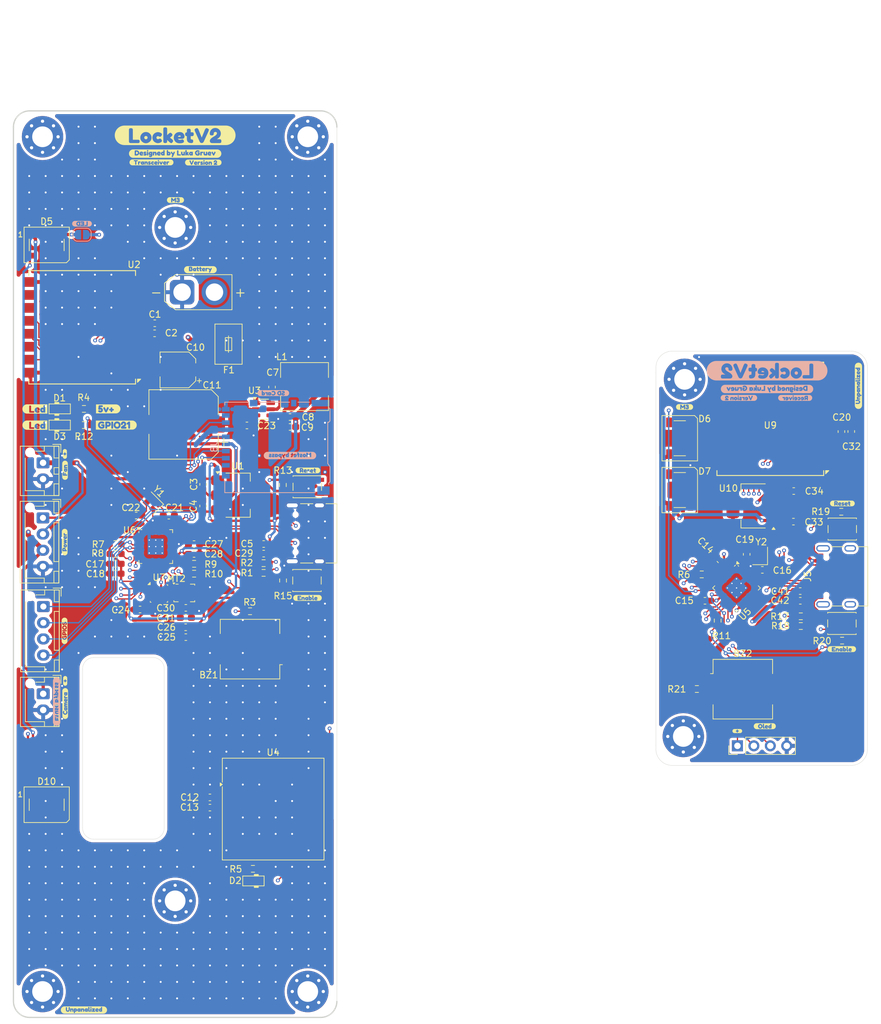
<source format=kicad_pcb>
(kicad_pcb (version 20240108) (generator "pcbnew") (generator_version "8.0")
  (layers (0 "F.Cu" signal) (1 "In1.Cu" signal) (2 "In2.Cu" signal) (31 "B.Cu" signal) (34 "B.Paste" user) (35 "F.Paste" user) (36 "B.SilkS" user "B.Silkscreen") (37 "F.SilkS" user "F.Silkscreen") (38 "B.Mask" user) (39 "F.Mask" user) (44 "Edge.Cuts" user))
  (net 0 "")
  (net 1 "+3.3V")
  (net 2 "+5V")
  (net 3 "Net-(D2-Pad2)")
  (net 4 "D-")
  (net 5 "D+")
  (net 6 "DOUT")
  (net 7 "DIN")
  (net 8 "Reset")
  (net 9 "Enable")
  (net 10 "Net-(D5-DIN)")
  (net 11 "Net-(BZ1-+)")
  (net 12 "Net-(U3-BST)")
  (net 13 "Net-(U3-SW)")
  (net 14 "+BATT")
  (net 15 "Net-(U6-XTAL_N)")
  (net 16 "Net-(U6-XTAL_P)")
  (net 17 "Net-(D1-Pad2)")
  (net 19 "Net-(J1-CC2)")
  (net 22 "Net-(J1-CC1)")
  (net 24 "GPIO6")
  (net 25 "GPIO7")
  (net 26 "Net-(U4-TIMEPULSE)")
  (net 27 "GPIO21")
  (net 28 "GPIO20")
  (net 29 "GPIO1")
  (net 34 "GPIO0")
  (net 45 "GPIO4")
  (net 46 "GPIO5")
  (net 54 "Net-(BZ2-+)")
  (net 55 "+3.3VR")
  (net 56 "Net-(U5-XTAL_N)")
  (net 57 "Net-(U5-XTAL_P)")
  (net 58 "+5VR")
  (net 59 "Net-(D6-DOUT)")
  (net 60 "DOUTR")
  (net 62 "GPIO2")
  (net 63 "D+R")
  (net 65 "Net-(J5-CC2)")
  (net 67 "D-R")
  (net 68 "Net-(J5-CC1)")
  (net 71 "Net-(U5-GPIO2)")
  (net 72 "Net-(U5-GPIO8)")
  (net 73 "ResetR")
  (net 74 "EnableR")
  (net 75 "DINR")
  (net 76 "MISOR")
  (net 79 "MOSIR")
  (net 80 "SPICSR")
  (net 81 "SPICLKR")
  (net 89 "GND1")
  (net 90 "GND2")
  (net 91 "GPIO4R")
  (net 92 "GPIO5R")
  (net 93 "GPIO8")
  (net 94 "Net-(D10-DIN)")
  (net 96 "Net-(J2-Pin_2)")
  (net 104 "GPIO1R")
  (net 105 "GPIO0R")
  (net 109 "Net-(D3-Pad2)")
  (footprint "kibuzzard-689E9224" (layer "F.Cu") (at 234.479708 75.682944 90)
    (property "Reference" "kibuzzard-689E9224" (hide yes))
    (property "Value" "G***" (hide yes))
  )
  (footprint "MountingHole:MountingHole_3.2mm_M3_Pad_Via" (layer "F.Cu") (at 149.35 169.225)
    (property "Reference" "H4" (hide yes))
    (property "Value" "MountingHole_M3")
  )
  (footprint "Button_Switch_SMD:SW_SPST_PTS810" (layer "F.Cu") (at 231.979708 97.807944)
    (property "Reference" "SW1" (hide yes))
    (property "Value" "SW_MEC_5E")
  )
  (footprint "Capacitor_SMD:C_0603_1608Metric_Pad1.08x0.95mm_HandSolder" (layer "F.Cu") (at 130.475 112.975 180)
    (property "Reference" "C26")
    (property "Value" "10nF")
  )
  (footprint "kibuzzard-689DD373" (layer "F.Cu") (at 107.17 79.26)
    (property "Reference" "kibuzzard-689DD373" (hide yes))
    (property "Value" "G***" (hide yes))
  )
  (footprint "kibuzzard-684089E4" (layer "F.Cu") (at 111.85 124.75 90)
    (property "Reference" "kibuzzard-684089E4" (hide yes))
    (property "Value" "G***" (hide yes))
  )
  (footprint "Resistor_SMD:R_0603_1608Metric_Pad0.98x0.95mm_HandSolder" (layer "F.Cu") (at 231.954708 115.032944)
    (property "Reference" "R20")
    (property "Value" "10k")
  )
  (footprint "Button_Switch_SMD:SW_SPST_PTS810" (layer "F.Cu") (at 149.275 91.275)
    (property "Reference" "SW3" (hide yes))
    (property "Value" "SW_MEC_5E")
  )
  (footprint "Capacitor_SMD:C_0603_1608Metric_Pad1.08x0.95mm_HandSolder" (layer "F.Cu") (at 217.204708 101.707944 -90)
    (property "Reference" "C19")
    (property "Value" "14pf")
  )
  (footprint "kibuzzard-684089BD" (layer "F.Cu") (at 111.775 99.825 90)
    (property "Reference" "kibuzzard-684089BD" (hide yes))
    (property "Value" "G***" (hide yes))
  )
  (footprint "Capacitor_SMD:C_0603_1608Metric_Pad1.08x0.95mm_HandSolder" (layer "F.Cu") (at 210.754708 108.882944)
    (property "Reference" "C15")
    (property "Value" "10nf")
  )
  (footprint "kibuzzard-6840F87B" (layer "F.Cu") (at 111.825 88.725 90)
    (property "Reference" "kibuzzard-6840F87B" (hide yes))
    (property "Value" "G***" (hide yes))
  )
  (footprint "Resistor_SMD:R_0603_1608Metric_Pad0.98x0.95mm_HandSolder" (layer "F.Cu") (at 209.504708 122.507944)
    (property "Reference" "R21")
    (property "Value" "1k")
  )
  (footprint "kibuzzard-68408A06" (layer "F.Cu") (at 149.375 88.75)
    (property "Reference" "kibuzzard-68408A06" (hide yes))
    (property "Value" "G***" (hide yes))
  )
  (footprint "kibuzzard-6845D493" (layer "F.Cu") (at 125.19 41.18)
    (property "Reference" "kibuzzard-6845D493" (hide yes))
    (property "Value" "G***" (hide yes))
  )
  (footprint "Resistor_SMD:R_0603_1608Metric_Pad0.98x0.95mm_HandSolder" (layer "F.Cu") (at 145.53 105.75 90)
    (property "Reference" "R15")
    (property "Value" "10k")
  )
  (footprint "Resistor_SMD:R_0603_1608Metric_Pad0.98x0.95mm_HandSolder" (layer "F.Cu") (at 145.5 91 -90)
    (property "Reference" "R13")
    (property "Value" "10k")
  )
  (footprint "kibuzzard-68408A4E" (layer "F.Cu") (at 207.601764 78.95)
    (property "Reference" "kibuzzard-68408A4E" (hide yes))
    (property "Value" "G***" (hide yes))
  )
  (footprint "kibuzzard-68408A12" (layer "F.Cu") (at 215.751764 129 180)
    (property "Reference" "kibuzzard-68408A12" (hide yes))
    (property "Value" "G***" (hide yes))
  )
  (footprint "Package_DFN_QFN:QFN-32-1EP_5x5mm_P0.5mm_EP3.7x3.7mm_ThermalVias" (layer "F.Cu") (at 215.634734 106.902792 -90)
    (property "Reference" "U5")
    (property "Value" "ESP32-C3")
  )
  (footprint "Connector_USB:USB_C_Receptacle_G-Switch_GT-USB-7010ASV" (layer "F.Cu") (at 232.139708 105.107944 90)
    (property "Reference" "J5")
    (property "Value" "USB_C_Receptacle_USB2.0_14P")
  )
  (footprint "kibuzzard-689DD368" (layer "F.Cu") (at 119.75 81.75)
    (property "Reference" "kibuzzard-689DD368" (hide yes))
    (property "Value" "G***" (hide yes))
  )
  (footprint "kibuzzard-684089FE" (layer "F.Cu") (at 231.901764 116.35)
    (property "Reference" "kibuzzard-684089FE" (hide yes))
    (property "Value" "G***" (hide yes))
  )
  (footprint "Resistor_SMD:R_0603_1608Metric_Pad0.98x0.95mm_HandSolder" (layer "F.Cu") (at 131.7825 103.175)
    (property "Reference" "R9")
    (property "Value" "2.4k")
  )
  (footprint "Capacitor_SMD:C_0603_1608Metric_Pad1.08x0.95mm_HandSolder" (layer "F.Cu") (at 119.6375 103.175)
    (property "Reference" "C17")
    (property "Value" "100nf")
  )
  (footprint "Resistor_SMD:R_0603_1608Metric_Pad0.98x0.95mm_HandSolder" (layer "F.Cu") (at 140.425 110.5)
    (property "Reference" "R3")
    (property "Value" "1k")
  )
  (footprint "LED_SMD:LED_WS2812B_PLCC4_5.0x5.0mm_P3.2mm" (layer "F.Cu") (at 108.99 53.93)
    (property "Reference" "D5")
    (property "Value" "WS2812B")
  )
  (footprint "Capacitor_SMD:CP_Elec_10x12.5" (layer "F.Cu") (at 130.1575 81.65 180)
    (property "Reference" "C11")
    (property "Value" "56uF")
  )
  (footprint "LED_SMD:LED_WS2812B_PLCC4_5.0x5.0mm_P3.2mm" (layer "F.Cu") (at 206.854708 91.782944 90)
    (property "Reference" "D7")
    (property "Value" "WS2812B")
  )
  (footprint "MountingHole:MountingHole_3.2mm_M3_Pad_Via" (layer "F.Cu") (at 128.85 51.225)
    (property "Reference" "H1" (hide yes))
    (property "Value" "MountingHole_M3")
  )
  (footprint "Resistor_SMD:R_0603_1608Metric_Pad0.98x0.95mm_HandSolder" (layer "F.Cu") (at 131.7825 104.7)
    (property "Reference" "R10")
    (property "Value" "2.4k")
  )
  (footprint "kibuzzard-689DD379" (layer "F.Cu") (at 107.17 81.76)
    (property "Reference" "kibuzzard-689DD379" (hide yes))
    (property "Value" "G***" (hide yes))
  )
  (footprint "Capacitor_SMD:C_0603_1608Metric_Pad1.08x0.95mm_HandSolder" (layer "F.Cu") (at 146.6125 80.5125)
    (property "Reference" "C8")
    (property "Value" "22uF")
  )
  (footprint "Resistor_SMD:R_0603_1608Metric_Pad0.98x0.95mm_HandSolder" (layer "F.Cu") (at 140.875 150.275)
    (property "Reference" "R5")
    (property "Value" "1k")
  )
  (footprint "Package_TO_SOT_SMD:TSOT-23-6" (layer "F.Cu") (at 142.4875 79.3)
    (property "Reference" "U3")
    (property "Value" "AP63205WU")
  )
  (footprint "Resistor_SMD:R_0603_1608Metric_Pad0.98x0.95mm_HandSolder" (layer "F.Cu") (at 142.525 103.075 180)
    (property "Reference" "R2")
    (property "Value" "5.1k")
  )
  (footprint "LED_SMD:LED_WS2812B_PLCC4_5.0x5.0mm_P3.2mm" (layer "F.Cu") (at 108.99 140.38)
    (property "Reference" "D10")
    (property "Value" "WS2812B")
  )
  (footprint "Resistor_SMD:R_0603_1608Metric_Pad0.98x0.95mm_HandSolder" (layer "F.Cu") (at 114.75 81.75)
    (property "Reference" "R12")
    (property "Value" "1k")
  )
  (footprint "Resistor_SMD:R_0603_1608Metric_Pad0.98x0.95mm_HandSolder" (layer "F.Cu") (at 119.625 100.125 180)
    (property "Reference" "R7")
    (property "Value" "10k")
  )
  (footprint "Resistor_SMD:R_0603_1608Metric_Pad0.98x0.95mm_HandSolder" (layer "F.Cu") (at 225.567208 112.782944)
    (property "Reference" "R18")
    (property "Value" "5.1k")
  )
  (footprint "Capacitor_SMD:C_0603_1608Metric_Pad1.08x0.95mm_HandSolder" (layer "F.Cu") (at 125.675 67.575 180)
    (property "Reference" "C2")
    (property "Value" "10nf")
  )
  (footprint "Connector_JST:JST_XH_B2B-XH-AM_1x02_P2.50mm_Vertical" (layer "F.Cu") (at 108.425 87.575 -90)
    (property "Reference" "M1" (hide yes))
    (property "Value" "Fan")
  )
  (footprint "Crystal:Crystal_SMD_2016-4Pin_2.0x1.6mm" (layer "F.Cu") (at 219.279708 101.957944 90)
    (property "Reference" "Y2")
    (property "Value" "40mhz")
  )
  (footprint "kibuzzard-68408A39" (layer "F.Cu") (at 132.75 57.75)
    (property "Reference" "kibuzzard-68408A39" (hide yes))
    (property "Value" "G***" (hide yes))
  )
  (footprint "Connector_USB:USB_C_Receptacle_G-Switch_GT-USB-7010ASV" (layer "F.Cu") (at 150.075 98.47 90)
    (property "Reference" "J1" (hide yes))
    (property "Value" "USB_C_Receptacle_USB2.0_14P")
  )
  (footprint "Buzzer_Beeper:Buzzer_CUI_CPT-9019S-SMT" (layer "F.Cu") (at 140.425 116.35 180)
    (property "Reference" "BZ1")
    (property "Value" "Buzzer")
  )
  (footprint "Package_LGA:LGA-14_3x2.5mm_P0.5mm_LayoutBorder3x4y" (layer "F.Cu") (at 130.2625 107.675)
    (property "Reference" "MT2")
    (property "Value" "ICM-42670-P")
  )
  (footprint "Capacitor_SMD:C_0603_1608Metric_Pad1.08x0.95mm_HandSolder" (layer "F.Cu") (at 131.7725 101.65 180)
    (property "Reference" "C28")
    (property "Value" "100nf")
  )
  (footprint "MountingHole:MountingHole_3.2mm_M3_Pad_Via" (layer "F.Cu") (at 207.604708 74.682944)
    (property "Reference" "H7" (hide yes))
    (property "Value" "MountingHole_M3")
  )
  (footprint "Capacitor_SMD:C_0603_1608Metric_Pad1.08x0.95mm_HandSolder" (layer "F.Cu") (at 122.83 95.72)
    (property "Reference" "C22")
    (property "Value" "14pf")
  )
  (footprint "RF_Module:Ai-Thinker-Ra-01-LoRa" (layer "F.Cu") (at 220.854708 80.782944 180)
    (property "Reference" "U9")
    (property "Value" "Ai-Thinker-Ra-02")
  )
  (footprint "Capacitor_SMD:C_0603_1608Metric_Pad1.08x0.95mm_HandSolder" (layer "F.Cu") (at 134.225 139.25 180)
    (property "Reference" "C12")
    (property "Value" "100nF")
  )
  (footprint "Connector_JST:JST_XH_B2B-XH-AM_1x02_P2.50mm_Vertical" (layer "F.Cu") (at 108.45 123.25 -90)
    (property "Reference" "J7" (hide yes))
    (property "Value" "Conn_01x02_Socket")
  )
  (footprint "PCM_Diode_SMD_AKL:D_0603_1608Metric_Pad1.05x0.95mm_HandSolder" (layer "F.Cu") (at 111 79.25)
    (property "Reference" "D1")
    (property "Value" "LED")
  )
  (footprint "Resistor_SMD:R_0603_1608Metric_Pad0.98x0.95mm_HandSolder" (layer "F.Cu") (at 225.567208 111.282944)
    (property "Reference" "R17")
    (property "Value" "5.1k")
  )
  (footprint "Capacitor_SMD:C_0603_1608Metric_Pad1.08x0.95mm_HandSolder" (layer "F.Cu") (at 213.081764 102.54)
    (property "Reference" "C14")
    (property "Value" "100nf")
  )
  (footprint "PCM_Diode_SMD_AKL:D_0603_1608Metric_Pad1.05x0.95mm_HandSolder" (layer "F.Cu") (at 140.95 152.15 180)
    (property "Reference" "D2")
    (property "Value" "LED")
  )
  (footprint "MountingHole:MountingHole_3.2mm_M3_Pad_Via" (layer "F.Cu") (at 128.85 155.225)
    (property "Reference" "H6" (hide yes))
    (property "Value" "MountingHole_M3")
  )
  (footprint "kibuzzard-689E9224" (layer "F.Cu") (at 114.75 172.08)
    (property "Reference" "kibuzzard-689E9224" (hide yes))
    (property "Value" "G***" (hide yes))
  )
  (footprint "Capacitor_SMD:C_0603_1608Metric_Pad1.08x0.95mm_HandSolder" (layer "F.Cu") (at 139.945 81.805 180)
    (property "Reference" "C23")
    (property "Value" "10uF")
  )
  (footprint "Capacitor_SMD:C_0603_1608Metric_Pad1.08x0.95mm_HandSolder" (layer "F.Cu") (at 130.5 109.975)
    (property "Reference" "C30")
    (property "Value" "100nF")
  )
  (footprint "Connector_PinHeader_2.54mm:PinHeader_1x04_P2.54mm_Vertical" (layer "F.Cu") (at 215.774708 131.282944 90)
    (property "Reference" "J6" (hide yes))
    (property "Value" "Conn_01x04_Socket")
  )
  (footprint "PCM_Diode_SMD_AKL:D_0603_1608Metric_Pad1.05x0.95mm_HandSolder" (layer "F.Cu") (at 111 81.75)
    (property "Reference" "D3")
    (property "Value" "LED")
  )
  (footprint "kibuzzard-68408A12" (layer "F.Cu") (at 111.85 121.25 90)
    (property "Reference" "kibuzzard-68408A12" (hide yes))
    (property "Value" "G***" (hide yes))
  )
  (footprint "Capacitor_SMD:C_0603_1608Metric_Pad1.08x0.95mm_HandSolder" (layer "F.Cu") (at 142.5375 100.115)
    (property "Reference" "C5")
    (property "Value" "10uf")
  )
  (footprint "Capacitor_SMD:C_0603_1608Metric_Pad1.08x0.95mm_HandSolder" (layer "F.Cu") (at 125.7 66.025 180)
    (property "Reference" "C1")
    (property "Value" "100nf")
  )
  (footprint "Capacitor_SMD:C_0603_1608Metric_Pad1.08x0.95mm_HandSolder" (layer "F.Cu") (at 123.425 110.225 180)
    (property "Reference" "C24")
    (property "Value" "0.1uF")
  )
  (footprint "Package_DFN_QFN:QFN-32-1EP_5x5mm_P0.5mm_EP3.7x3.7mm_ThermalVias" (layer "F.Cu") (at 125.85 100.51)
    (property "Reference" "U6")
    (property "Value" "ESP32-C3")
  )
  (footprint "kibuzzard-68408A06" (layer "F.Cu") (at 232.001764 93.85)
    (property "Reference" "kibuzzard-68408A06" (hide yes))
    (property "Value" "G***" (hide yes))
  )
  (footprint "MountingHole:MountingHole_3.2mm_M3_Pad_Via" (layer "F.Cu") (at 149.35 37.225)
    (property "Reference" "H3" (hide yes))
    (property "Value" "MountingHole_M3")
  )
  (footprint "MountingHole:MountingHole_3.2mm_M3_Pad_Via" (layer "F.Cu") (at 207.407652 129.835888)
    (property "Reference" "H8" (hide yes))
    (property "Value" "MountingHole_M3")
  )
  (footprint "Capacitor_SMD:C_0603_1608Metric_Pad1.08x0.95mm_HandSolder" (layer "F.Cu") (at 131.7725 100.125 180)
    (property "Reference" "C27")
    (property "Value" "100nf")
  )
  (footprint "Package_TO_SOT_SMD:SOT-223-3_TabPin2" (layer "F.Cu") (at 138.55 92.575)
    (property "Reference" "U1")
    (property "Value" "TC1262-33")
  )
  (footprint "Capacitor_SMD:C_0603_1608Metric_Pad1.08x0.95mm_HandSolder" (layer "F.Cu") (at 225.492208 108.882944)
    (property "Reference" "C42")
    (property "Value" "100nf")
  )
  (footprint "kibuzzard-684089FE" (layer "F.Cu") (at 149.31 108.44)
    (property "Reference" "kibuzzard-684089FE" (hide yes))
    (property "Value" "G***" (hide yes))
  )
  (footprint "Button_Switch_SMD:SW_SPST_PTS810" (layer "F.Cu") (at 231.929708 112.382944 180)
    (property "Reference" "SW2" (hide yes))
    (property "Value" "SW_MEC_5E")
  )
  (footprint "Capacitor_SMD:C_0603_1608Metric_Pad1.08x0.95mm_HandSolder" (layer "F.Cu") (at 143.825 75.875 -90)
    (property "Reference" "C7")
    (property "Value" "100nF")
  )
  (footprint "Capacitor_SMD:C_0603_1608Metric_Pad1.08x0.95mm_HandSolder" (layer "F.Cu") (at 127.8725 95.74 180)
    (property "Reference" "C21")
    (property "Value" "14pf")
  )
  (footprint "Resistor_SMD:R_0603_1608Metric_Pad0.98x0.95mm_HandSolder" (layer "F.Cu") (at 212.721764 111.94 -90)
    (property "Reference" "R11")
    (property "Value" "10k")
  )
  (footprint "Connector_JST:JST_XH_B4B-XH-AM_1x04_P2.50mm_Vertical" (layer "F.Cu") (at 108.41 96.08 -90)
    (property "Reference" "J4" (hide yes))
    (property "Value" "Conn_01x04_Socket")
  )
  (footprint "MountingHole:MountingHole_3.2mm_M3_Pad_Via" (layer "F.Cu") (at 108.35 37.225)
    (property "Reference" "H2" (hide yes))
    (property "Value" "MountingHole_M3")
  )
  (footprint "kibuzzard-68408A12" (layer "F.Cu") (at 111.8 86.2 90)
    (property "Reference" "kibuzzard-68408A12" (hide yes))
    (property "Value" "G***" (hide yes))
  )
  (footprint "Capacitor_SMD:C_0603_1608Metric_Pad1.08x0.95mm_HandSolder" (layer "F.Cu") (at 130.5 114.5 180)
    (property "Reference" "C25")
    (property "Value" "2.2uF")
  )
  (footprint "kibuzzard-68408A4E" (layer "F.Cu") (at 128.9 47)
    (property "Reference" "kibuzzard-68408A4E" (hide yes))
    (property "Value" "G***" (hide yes))
  )
  (footprint "Resistor_SMD:R_0603_1608Metric_Pad0.98x0.95mm_HandSolder" (layer "F.Cu") (at 119.6375 101.65 180)
    (property "Reference" "R8")
    (property "Value" "10k")
  )
  (footprint "Capacitor_SMD:C_0603_1608Metric_Pad1.08x0.95mm_HandSolder" (layer "F.Cu") (at 219.629708 104.107944 180)
    (property "Reference" "C16")
    (property "Value" "14pf")
  )
  (footprint "Capacitor_SMD:C_0603_1608Metric_Pad1.08x0.95mm_HandSolder" (layer "F.Cu") (at 224.479708 91.932944 180)
    (property "Reference" "C34")
    (property "Value" "2uF")
  )
  (footprint "Resistor_SMD:R_0603_1608Metric_Pad0.98x0.95mm_HandSolder" (layer "F.Cu") (at 114.75 79.25)
    (property "Reference" "R4")
    (property "Value" "1k")
  )
  (footprint "Capacitor_SMD:C_0603_1608Metric_Pad1.08x0.95mm_HandSolder" (layer "F.Cu") (at 119.625 104.7)
    (property "Reference" "C18")
    (property "Value" "100nF")
  )
  (footprint "Capacitor_SMD:C_0603_1608Metric_Pad1.08x0.95mm_HandSolder" (layer "F.Cu") (at 233.373708 82.738444 -90)
    (property "Reference" "C32")
    (property "Value" "10nf")
  )
  (footprint "PCM_Fuse_Handsoldering_AKL:Fuse_1812_4532Metric" (layer "F.Cu") (at 137.1 69.25 90)
    (property "Reference" "F1")
    (property "Value" "Polyfuse_Small" (hide yes))
  )
  (footprint "LED_SMD:LED_WS2812B_PLCC4_5.0x5.0mm_P3.2mm" (layer "F.Cu") (at 206.854708 83.782944 90)
    (property "Reference" "D6")
    (property "Value" "WS2812B")
  )
  (footprint "Capacitor_SMD:C_0603_1608Metric_Pad1.08x0.95mm_HandSolder" (layer "F.Cu") (at 146.6125 82.0375)
    (property "Reference" "C9")
    (property "Value" "22uF")
  )
  (footprint "Capacitor_SMD:C_0603_1608Metric_Pad1.08x0.95mm_HandSolder" (layer "F.Cu") (at 133.175 90.9 90)
    (property "Reference" "C3")
    (property "Value" "2uF")
  )
  (footprint "Inductor_SMD:L_7.3x7.3_H3.5" (layer "F.Cu") (at 148.85 75.8)
    (property "Reference" "L1")
    (property "Value" "4.7uH")
  )
  (footprint "Capacitor_SMD:C_0603_1608Metric_Pad1.08x0.95mm_HandSolder" (layer "F.Cu") (at 231.848708 82.750944 -90)
    (property "Reference" "C20")
    (property "Value" "100nf")
  )
  (footprint "Resistor_SMD:R_0603_1608Metric_Pad0.98x0.95mm_HandSolder" (layer "F.Cu") (at 231.829708 95.132944)
    (property "Reference" "R19")
    (property "Value" "10k")
  )
  (footprint "Capacitor_SMD:CP_Elec_5x5.3" (layer "F.Cu") (at 129.275 73.225 180)
    (property "Reference" "C10")
    (property "Value" "10uF")
  )
  (footprint "Crystal:Crystal_SMD_2016-4Pin_2.0x1.6mm" (layer "F.Cu") (at 125.29 93.83)
    (property "Reference" "Y1")
    (property "Value" "40mhz")
  )
  (footprint "kibuzzard-684089D7" (layer "F.Cu") (at 111.75 113.525 90)
    (property "Reference" "kibuzzard-684089D7" (hide yes))
    (property "Value" "G***" (hide yes))
  )
  (footprint "Package_LGA:Bosch_LGA-8_2.5x2.5mm_P0.65mm_ClockwisePinNumbering" (layer "F.Cu") (at 126.35 107.75)
    (property "Reference" "U7")
    (property "Value" "BME280")
  )
  (footprint "kibuzzard-689B56E5" (layer "F.Cu") (at 128.85 37)
    (property "Reference" "kibuzzard-689B56E5" (hide yes))
    (property "Value" "G***" (hide yes))
  )
  (footprint "Button_Switch_SMD:SW_SPST_PTS810" (layer "F.Cu") (at 149.225 105.75 180)
    (property "Reference" "SW4" (hide yes))
    (property "Value" "SW_MEC_5E")
  )
  (footprint "Capacitor_SMD:C_0603_1608Metric_Pad1.08x0.95mm_HandSolder" (layer "F.Cu") (at 134.225 140.825 180)
    (property "Reference" "C13")
    (property "Value" "10nF")
  )
  (footprint "RF_Module:Ai-Thinker-Ra-01-LoRa" (layer "F.Cu") (at 114.475 66.65 180)
    (property "Reference" "U2")
    (property "Value" "Ai-Thinker-Ra-02")
  )
  (footprint "Buzzer_Beeper:Buzzer_CUI_CPT-9019S-SMT" (layer "F.Cu") (at 216.604708 122.532944)
    (property "Reference" "BZ2")
    (property "Value" "Buzzer")
  )
  (footprint "kibuzzard-689B56C6" (layer "F.Cu") (at 133.2 41.2)
    (property "Reference" "kibuzzard-689B56C6" (hide yes))
    (property "Value" "G***" (hide yes))
  )
  (footprint "Connector_AMASS:AMASS_XT30U-F_1x02_P5.0mm_Vertical" (layer "F.Cu") (at 129.925 61.225)
    (property "Reference" "J2" (hide yes))
    (property "Value" "Conn_01x02_Socket")
  )
  (footprint "Package_TO_SOT_SMD:SOT-223-3_TabPin2" (layer "F.Cu") (at 218.229708 94.232944 180)
    (property "Reference" "U10")
    (property "Value" "TC1262-33")
  )
  (footprint "kibuzzard-689DD36C" (layer "F.Cu") (at 118.5 79.25)
    (property "Reference" "kibuzzard-689DD36C" (hide yes))
    (property "Value" "G***" (hide yes))
  )
  (footprint "Capacitor_SMD:C_0603_1608Metric_Pad1.08x0.95mm_HandSolder" (layer "F.Cu") (at 133.175 94.25 -90)
    (property "Reference" "C4")
    (property "Value" "2uF")
  )
  (footprint "kibuzzard-684241BF" (layer "F.Cu") (at 128.85 39.825)
    (property "Reference" "kibuzzard-684241BF" (hide yes))
    (property "Value" "G***" (hide yes))
  )
  (footprint "Capacitor_SMD:C_0603_1608Metric_Pad1.08x0.95mm_HandSolder" (layer "F.Cu") (at 225.479708 107.382944)
    (property "Reference" "C41")
    (property "Value" "10uf")
  )
  (footprint "Connector_JST:JST_XH_B4B-XH-AM_1x04_P2.50mm_Vertical" (layer "F.Cu") (at 108.475 109.775 -90)
    (property "Reference" "J3" (hide yes))
    (property "Value" "Conn_01x04_Socket")
  )
  (footprint "Capacitor_SMD:C_0603_1608Metric_Pad1.08x0.95mm_HandSolder" (layer "F.Cu") (at 130.5 111.5)
    (property "Reference" "C31")
    (property "Value" "10nF")
  )
  (footprint "RF_GPS:ublox_SAM-M8Q" (layer "F.Cu") (at 144 141.05)
    (property "Reference" "U4")
    (property "Value" "SAM-M8Q")
  )
  (footprint "Resistor_SMD:R_0603_1608Metric_Pad0.98x0.95mm_HandSolder" (layer "F.Cu") (at 210.254708 104.807944 180)
    (property "Reference" "R6")
    (property "Value" "10k")
  )
  (footprint "kibuzzard-6845CA47" (layer "F.Cu") (at 220.001764 128.25)
    (property "Reference" "kibuzzard-6845CA47" (hide yes))
    (property "Value" "G***" (hide yes))
  )
  (footprint "MountingHole:MountingHole_3.2mm_M3_Pad_Via" (layer "F.Cu") (at 108.35 169.225)
    (property "Reference" "H5" (hide yes))
    (property "Value" "MountingHole_M3")
  )
  (footprint "Capacitor_SMD:C_0603_1608Metric_Pad1.08x0.95mm_HandSolder" (layer "F.Cu") (at 142.5375 101.6)
    (property "Reference" "C29")
    (property "Value" "1uf")
  )
  (footprint "Capacitor_SMD:C_0603_1608Metric_Pad1.08x0.95mm_HandSolder" (layer "F.Cu") (at 224.429708 96.657944 180)
    (property "Reference" "C33")
    (property "Value" "2uF")
  )
  (footprint "Resistor_SMD:R_0603_1608Metric_Pad0.98x0.95mm_HandSolder" (layer "F.Cu") (at 142.525 104.575 180)
    (property "Reference" "R1")
    (property "Value" "5.1k")
  )
  (footprint "Jumper:SolderJumper-2_P1.3mm_Open_RoundedPad1.0x1.5mm" (layer "B.Cu") (at 114.46 52.35 180)
    (property "Reference" "JP1" (hide yes))
    (property "Value" "Jumper_2_Open")
  )
  (footprint "kibuzzard-689B56F2" (layer "B.Cu") (at 220.351764 73.35 180)
    (property "Reference" "kibuzzard-689B56F2" (hide yes))
    (property "Value" "G***" (hide yes))
  )
  (footprint "kibuzzard-689B4E0F" (layer "B.Cu") (at 114.45 50.65 180)
    (property "Reference" "kibuzzard-689B4E0F" (hide yes))
    (property "Value" "G***" (hide yes))
  )
  (footprint "kibuzzard-6845CAEA" (layer "B.Cu") (at 224.701764 77.55 180)
    (property "Reference" "kibuzzard-6845CAEA" (hide yes))
    (property "Value" "G***" (hide yes))
  )
  (footprint "Connector_Card:microSD_HC_Hirose_DM3AT-SF-PEJM5" (layer "B.Cu") (at 144.405 85.185 -90)
    (property "Reference" "J8")
    (property "Value" "Micro_SD_Card")
  )
  (footprint "kibuzzard-689B56D7" (layer "B.Cu") (at 216.001764 77.55 180)
    (property "Reference" "kibuzzard-689B56D7" (hide yes))
    (property "Value" "G***" (hide yes))
  )
  (footprint "kibuzzard-684241BF" (layer "B.Cu") (at 220.351764 76.175 180)
    (property "Reference" "kibuzzard-684241BF" (hide yes))
    (property "Value" "G***" (hide yes))
  )
  (footprint "kibuzzard-689B4DAA" (layer "B.Cu") (at 144.02 76.81 180)
    (property "Reference" "kibuzzard-689B4DAA" (hide yes))
    (property "Value" "G***" (hide yes))
  )
  (footprint "kibuzzard-68470665" (layer "B.Cu") (at 110.53 124.44 90)
    (property "Reference" "kibuzzard-68470665" (hide yes))
    (property "Value" "G***" (hide yes))
  )
  (footprint "kibuzzard-6847062F" (layer "B.Cu") (at 146.6 86.45 180)
    (property "Reference" "kibuzzard-6847062F" (hide yes))
    (property "Value" "G***" (hide yes))
  )
  (gr_arc (start 235.872708 131.8027) (mid 235.135997 133.574977) (end 233.360015 134.302711) (stroke (width 0.05)) (layer "Edge.Cuts"))
  (gr_line (start 116.275 117.650046) (end 125.425 117.650046) (stroke (width 0.05)) (layer "Edge.Cuts"))
  (gr_line (start 151.35 173.225) (end 106.35 173.225) (stroke (width 0.2)) (layer "Edge.Cuts"))
  (gr_line (start 125.425 145.701554) (end 116.275 145.701554) (stroke (width 0.05)) (layer "Edge.Cuts"))
  (gr_arc (start 125.425 117.65) (mid 126.65102 118.157834) (end 127.158854 119.396666) (stroke (width 0.05)) (layer "Edge.Cuts"))
  (gr_arc (start 116.275 145.701562) (mid 115.04898 145.193728) (end 114.541146 143.972626) (stroke (width 0.05)) (layer "Edge.Cuts"))
  (gr_arc (start 153.849711 170.762948) (mid 153.104299 172.506134) (end 151.35 173.225) (stroke (width 0.2)) (layer "Edge.Cuts"))
  (gr_arc (start 114.541146 119.3838) (mid 115.04898 118.157834) (end 116.275 117.650046) (stroke (width 0.05)) (layer "Edge.Cuts"))
  (gr_line (start 153.849711 129.487422) (end 153.849711 170.762946) (stroke (width 0.05)) (layer "Edge.Cuts"))
  (gr_line (start 114.541146 119.3838) (end 114.541146 143.972626) (stroke (width 0.05)) (layer "Edge.Cuts"))
  (gr_arc (start 127.158854 143.9677) (mid 126.65102 145.193728) (end 125.425 145.701554) (stroke (width 0.05)) (layer "Edge.Cuts"))
  (gr_arc (start 203.176475 72.8347) (mid 203.908718 71.066954) (end 205.676464 70.334711) (stroke (width 0.05)) (layer "Edge.Cuts"))
  (gr_line (start 203.176475 130.937422) (end 203.176475 131.812946) (stroke (width 0.05)) (layer "Edge.Cuts"))
  (gr_line (start 233.360015 134.302711) (end 205.676464 134.302711) (stroke (width 0.05)) (layer "Edge.Cuts"))
  (gr_arc (start 106.35 173.225) (mid 104.582233 172.492767) (end 103.85 170.725) (stroke (width 0.2)) (layer "Edge.Cuts"))
  (gr_line (start 103.85 170.725) (end 103.85 35.725) (stroke (width 0.2)) (layer "Edge.Cuts"))
  (gr_line (start 153.849711 129.487422) (end 153.85 35.725) (stroke (width 0.05)) (layer "Edge.Cuts"))
  (gr_line (start 203.176475 73.7) (end 203.176475 130.937422) (stroke (width 0.05)) (layer "Edge.Cuts"))
  (gr_arc (start 151.35 33.225) (mid 153.117767 33.957233) (end 153.85 35.725) (stroke (width 0.2)) (layer "Edge.Cuts"))
  (gr_line (start 151.35 33.225) (end 106.35 33.225) (stroke (width 0.2)) (layer "Edge.Cuts"))
  (gr_line (start 235.872708 72.834711) (end 235.872708 131.8027) (stroke (width 0.05)) (layer "Edge.Cuts"))
  (gr_arc (start 233.372664 70.334711) (mid 235.140442 71.066956) (end 235.872708 72.834711) (stroke (width 0.05)) (layer "Edge.Cuts"))
  (gr_line (start 127.158854 119.396666) (end 127.158854 143.9677) (stroke (width 0.05)) (layer "Edge.Cuts"))
  (gr_line (start 203.176475 72.8347) (end 203.176475 73.7) (stroke (width 0.05)) (layer "Edge.Cuts"))
  (gr_line (start 205.676464 70.334711) (end 233.372664 70.334711) (stroke (width 0.05)) (layer "Edge.Cuts"))
  (gr_arc (start 205.676464 134.302711) (mid 203.912359 133.574075) (end 203.176475 131.812946) (stroke (width 0.05)) (layer "Edge.Cuts"))
  (gr_arc (start 103.85 35.725) (mid 104.582233 33.957233) (end 106.35 33.225) (stroke (width 0.2)) (layer "Edge.Cuts"))
  (segment (start 130.7625 106.7625) (end 132.695 104.83) (width 0.35) (layer "F.Cu") (net 1))
  (segment (start 122.475 69.65) (end 123.7 69.65) (width 0.75) (layer "F.Cu") (net 1))
  (segment (start 142.169708 89.9) (end 144.182208 91.9125) (width 0.35) (layer "F.Cu") (net 1))
  (segment (start 124.575 98.075) (end 124.075 98.075) (width 0.35) (layer "F.Cu") (net 1))
  (segment (start 126.03875 107.46125) (end 126.025 107.4475) (width 0.2) (layer "F.Cu") (net 1))
  (segment (start 120.45 105.874702) (end 120.5 105.824702) (width 0.35) (layer "F.Cu") (net 1))
  (segment (start 124.8125 67.575) (end 124.8125 66.05) (width 0.75) (layer "F.Cu") (net 1))
  (segment (start 130.815 100.22) (end 129.86 101.175) (width 0.35) (layer "F.Cu") (net 1))
  (segment (start 122.6 99.05) (end 123.05 99.5) (width 0.35) (layer "F.Cu") (net 1))
  (segment (start 122.6 99.05) (end 119.7875 99.05) (width 0.35) (layer "F.Cu") (net 1))
  (segment (start 108.45 96.05) (end 114.6375 96.05) (width 0.35) (layer "F.Cu") (net 1))
  (segment (start 126.025 107.4475) (end 126.025 106.725) (width 0.2) (layer "F.Cu") (net 1))
  (segment (start 129.86 101.175) (end 129.86 101.220452) (width 0.35) (layer "F.Cu") (net 1))
  (segment (start 132.482295 108.425) (end 131.425 108.425) (width 0.35) (layer "F.Cu") (net 1))
  (segment (start 122.36 111.93) (end 122.795 111.93) (width 0.35) (layer "F.Cu") (net 1))
  (segment (start 138.26 85.3) (end 138.26 92.015) (width 0.5) (layer "F.Cu") (net 1))
  (segment (start 138.25 104.7) (end 139.375 105.825) (width 0.35) (layer "F.Cu") (net 1))
  (segment (start 123.05 99.5) (end 123.375 99.5) (width 0.35) (layer "F.Cu") (net 1))
  (segment (start 128.805452 102.275) (end 128.275 102.275) (width 0.35) (layer "F.Cu") (net 1))
  (segment (start 124.8125 68.5375) (end 124.8125 67.575) (width 0.75) (layer "F.Cu") (net 1))
  (segment (start 121.33 69.8) (end 122.325 69.8) (width 0.5) (layer "F.Cu") (net 1))
  (segment (start 120.26 79.899378) (end 120.26 70.87) (width 0.5) (layer "F.Cu") (net 1))
  (segment (start 138.26 92.015) (end 135.4 94.875) (width 0.5) (layer "F.Cu") (net 1))
  (segment (start 145.9 134.45) (end 145.9 135.7) (width 0.35) (layer "F.Cu") (net 1))
  (segment (start 130.395 101.71) (end 129.86 101.175) (width 0.35) (layer "F.Cu") (net 1))
  (segment (start 120.5 105.824702) (end 120.5 103.175) (width 0.35) (layer "F.Cu") (net 1))
  (segment (start 137.4 139.15) (end 137.4 141.05) (width 0.35) (layer "F.Cu") (net 1))
  (segment (start 144.182208 91.9125) (end 145.5 91.9125) (width 0.35) (layer "F.Cu") (net 1))
  (segment (start 135.0875 140.825) (end 135.0875 139.25) (width 0.35) (layer "F.Cu") (net 1))
  (segment (start 132.482295 108.425) (end 144.275 108.425) (width 0.35) (layer "F.Cu") (net 1))
  (segment (start 118.7125 100.125) (end 118.7125 101.3875) (width 0.35) (layer "F.Cu") (net 1))
  (segment (start 138.25 104.7) (end 132.895 104.7) (width 0.35) (layer "F.Cu") (net 1))
  (segment (start 131.925 112.975) (end 131.3375 112.975) (width 0.35) (layer "F.Cu") (net 1))
  (segment (start 125.375 109.35) (end 125.375 108.125) (width 0.35) (layer "F.Cu") (net 1))
  (segment (start 122.6 98.529548) (end 122.6 99.05) (width 0.35) (layer "F.Cu") (net 1))
  (segment (start 129.7625 110.075) (end 129.7625 108.5875) (width 0.2) (layer "F.Cu") (net 1))
  (segment (start 125.075 103.912256) (end 125.075 102.975) (width 0.2) (layer "F.Cu") (net 1))
  (segment (start 123.112554 105.874702) (end 125.075 103.912256) (width 0.2) (layer "F.Cu") (net 1))
  (segment (start 125.000622 84.64) (end 120.26 79.899378) (width 0.5) (layer "F.Cu") (net 1))
  (segment (start 146.65 110.8) (end 146.65 132.45) (width 0.35) (layer "F.Cu") (net 1))
  (segment (start 126.675 108.0975) (end 126.675 108.775) (width 0.35) (layer "F.Cu") (net 1))
  (segment (start 144.275 108.425) (end 146.65 110.8) (width 0.35) (layer "F.Cu") (net 1))
  (segment (start 120.26 70.87) (end 121.33 69.8) (width 0.5) (layer "F.Cu") (net 1))
  (segment (start 126.563998 111.93) (end 128.418998 110.075) (width 0.35) (layer "F.Cu") (net 1))
  (segment (start 132.695 103.175) (end 132.695 104.83) (width 0.35) (layer "F.Cu") (net 1))
  (segment (start 122.36 111.93) (end 126.563998 111.93) (width 0.35) (layer "F.Cu") (net 1))
  (segment (start 131.3375 112.975) (end 131.3375 114.475) (width 0.35) (layer "F.Cu") (net 1))
  (segment (start 124.575 98.075) (end 123.054548 98.075) (width 0.35) (layer "F.Cu") (net 1))
  (segment (start 123.7 69.65) (end 124.8125 68.5375) (width 0.75) (layer "F.Cu") (net 1))
  (segment (start 133.275 109.217705) (end 132.482295 108.425) (width 0.35) (layer "F.Cu") (net 1))
  (segment (start 114.6375 96.05) (end 118.7125 100.125) (width 0.35) (layer "F.Cu") (net 1))
  (segment (start 133.275 111.625) (end 133.275 109.217705) (width 0.35) (layer "F.Cu") (net 1))
  (segment (start 144.5425 105.825) (end 145.53 104.8375) (width 0.35) (layer "F.Cu") (net 1))
  (segment (start 119.7875 99.05) (end 118.7125 100.125) (width 0.35) (layer "F.Cu") (net 1))
  (segment (start 139.62 89.9) (end 142.169708 89.9) (width 0.35) (layer "F.Cu") (net 1))
  (segment (start 146.65 132.45) (end 145.9 133.2) (width 0.35) (layer "F.Cu") (net 1))
  (segment (start 138.215 88.495) (end 139.62 89.9) (width 0.35) (layer "F.Cu") (net 1))
  (segment (start 145.9 133.2) (end 145.9 134.45) (width 0.35) (layer "F.Cu") (net 1))
  (segment (start 133.275 111.625) (end 131.925 112.975) (width 0.35) (layer "F.Cu") (net 1))
  (segment (start 137.4 141.05) (end 135.3125 141.05) (width 0.35) (layer "F.Cu") (net 1))
  (segment (start 138.215 85.255) (end 138.215 88.495) (width 0.35) (layer "F.Cu") (net 1))
  (segment (start 129.86 101.220452) (end 128.805452 102.275) (width 0.35) (layer "F.Cu") (net 1))
  (segment (start 122.055 111.625) (end 122.36 111.93) (width 0.35) (layer "F.Cu") (net 1))
  (segment (start 125.375 108.125) (end 126.03875 107.46125) (width 0.35) (layer "F.Cu") (net 1))
  (segment (start 118.7125 100.125) (end 118.7125 101.6375) (width 0.35) (layer "F.Cu") (net 1))
  (segment (start 139.375 105.825) (end 144.5425 105.825) (width 0.35) (layer "F.Cu") (net 1))
  (segment (start 133.175 95.1125) (end 135.1625 95.1125) (width 0.35) (layer "F.Cu") (net 1))
  (segment (start 123.054548 98.075) (end 122.6 98.529548) (width 0.35) (layer "F.Cu") (net 1))
  (segment (start 122.795 111.93) (end 125.375 109.35) (width 0.35) (layer "F.Cu") (net 1))
  (segment (start 130.91 101.71) (end 130.395 101.71) (width 0.35) (layer "F.Cu") (net 1))
  (segment (start 120.45 105.874702) (end 123.112554 105.874702) (width 0.2) (layer "F.Cu") (net 1))
  (segment (start 126.03875 107.46125) (end 126.675 108.0975) (width 0.35) (layer "F.Cu") (net 1))
  (segment (start 118.7125 101.3875) (end 120.5 103.175) (width 0.35) (layer "F.Cu") (net 1))
  (segment (start 123.375 99.275) (end 123.375 99.5) (width 0.35) (layer "F.Cu") (net 1))
  (segment (start 129.7625 110.075) (end 129.7625 111.6) (width 0.35) (layer "F.Cu") (net 1))
  (segment (start 145.9 135.7) (end 142.45 139.15) (width 0.35) (layer "F.Cu") (net 1))
  (segment (start 137.4 139.15) (end 135.1875 139.15) (width 0.35) (layer "F.Cu") (net 1))
  (segment (start 138.26 85.3) (end 137.6 84.64) (width 0.5) (layer "F.Cu") (net 1))
  (segment (start 142.45 139.15) (end 137.4 139.15) (width 0.35) (layer "F.Cu") (net 1))
  (segment (start 137.6 84.64) (end 125.000622 84.64) (width 0.5) (layer "F.Cu") (net 1))
  (segment (start 128.418998 110.075) (end 129.7625 110.075) (width 0.35) (layer "F.Cu") (net 1))
  (via (at 138.26 85.3) (size 0.6) (drill 0.3) (layers "F.Cu" "B.Cu") (net 1))
  (via (at 120.45 105.874702) (size 0.6) (drill 0.3) (layers "F.Cu" "B.Cu") (net 1))
  (via (at 133.275 111.625) (size 0.6) (drill 0.3) (layers "F.Cu" "B.Cu") (net 1))
  (via (at 122.055 111.625) (size 0.6) (drill 0.3) (layers "F.Cu" "B.Cu") (net 1))
  (via (at 138.25 104.7) (size 0.6) (drill 0.3) (layers "F.Cu" "B.Cu") (net 1))
  (via (at 129.86 101.175) (size 0.6) (drill 0.3) (layers "F.Cu" "B.Cu") (net 1))
  (segment (start 122.055 111.625) (end 133.275 111.625) (width 0.35) (layer "B.Cu") (net 1))
  (segment (start 138.26 85.3) (end 138.26 104.69) (width 0.35) (layer "B.Cu") (net 1))
  (segment (start 138.25 103.725) (end 135.275 100.75) (width 0.35) (layer "B.Cu") (net 1))
  (segment (start 137.62 84.66) (end 136.68 84.66) (width 0.5) (layer "B.Cu") (net 1))
  (segment (start 121.75 107.174702) (end 120.45 105.874702) (width 0.35) (layer "B.Cu") (net 1))
  (segment (start 133.275 111.625) (end 133.3 111.625) (width 0.35) (layer "B.Cu") (net 1))
  (segment (start 138.26 104.69) (end 138.25 104.7) (width 0.35) (layer "B.Cu") (net 1))
  (segment (start 138.25 104.7) (end 138.25 103.725) (width 0.35) (layer "B.Cu") (net 1))
  (segment (start 133.3 111.625) (end 138.25 106.675) (width 0.35) (layer "B.Cu") (net 1))
  (segment (start 135.275 100.75) (end 130.285 100.75) (width 0.35) (layer "B.Cu") (net 1))
  (segment (start 138.26 85.3) (end 137.62 84.66) (width 0.5) (layer "B.Cu") (net 1))
  (segment (start 138.25 106.675) (end 138.25 104.7) (width 0.35) (layer "B.Cu") (net 1))
  (segment (start 130.285 100.75) (end 129.86 101.175) (width 0.35) (layer "B.Cu") (net 1))
  (segment (start 122.055 111.625) (end 121.75 111.32) (width 0.35) (layer "B.Cu") (net 1))
  (segment (start 121.75 111.32) (end 121.75 107.174702) (width 0.35) (layer "B.Cu") (net 1))
  (segment (start 107.26 53.5) (end 107.26 53) (width 0.5) (layer "F.Cu") (net 2))
  (segment (start 145.825 100.9) (end 145.15 100.9) (width 0.35) (layer "F.Cu") (net 2))
  (segment (start 135.3 88.31) (end 134.83 87.84) (width 0.5) (layer "F.Cu") (net 2))
  (segment (start 147.475 80.5125) (end 147.475 80.375) (width 0.75) (layer "F.Cu") (net 2))
  (segment (start 113.605 87.575) (end 108.425 87.575) (width 0.5) (layer "F.Cu") (net 2))
  (segment (start 147.5 81.275) (end 147.5 82.0625) (width 0.75) (layer "F.Cu") (net 2))
  (segment (start 107.26 53) (end 106.54 52.28) (width 0.5) (layer "F.Cu") (net 2))
  (segment (start 147.475 80.375) (end 152.05 75.8) (width 0.75) (layer "F.Cu") (net 2))
  (segment (start 152.05 75.8) (end 150.125 73.875) (width 0.75) (layer "F.Cu") (net 2))
  (segment (start 133.175 90.0375) (end 135.1625 90.0375) (width 0.35) (layer "F.Cu") (net 2))
  (segment (start 108.425 87.575) (end 113.695 87.575) (width 0.75) (layer "F.Cu") (net 2))
  (segment (start 147.475 82.0375) (end 147.475 80.5125) (width 0.75) (layer "F.Cu") (net 2))
  (segment (start 127.1 90.0375) (end 133.175 90.0375) (width 0.5) (layer "F.Cu") (net 2))
  (segment (start 144.68 96.07) (end 144.225 96.525) (width 0.35) (layer "F.Cu") (net 2))
  (segment (start 145.15 100.9) (end 144.45 101.6) (width 0.35) (layer "F.Cu") (net 2))
  (segment (start 106.095 129.436261) (end 106.095 138.285) (width 0.35) (layer "F.Cu") (net 2))
  (segment (start 127.1 90.0375) (end 126.6775 90.0375) (width 0.35) (layer "F.Cu") (net 2))
  (segment (start 144.225 96.525) (end 134.555 96.525) (width 0.35) (layer "F.Cu") (net 2))
  (segment (start 144.45 101.6) (end 143.3875 101.6) (width 0.35) (layer "F.Cu") (net 2))
  (segment (start 106.095 138.285) (end 106.54 138.73) (width 0.35) (layer "F.Cu") (net 2))
  (segment (start 134.83 87.84) (end 134.47 87.84) (width 0.5) (layer "F.Cu") (net 2))
  (segment (start 142.275 73.875) (end 141.35 74.8) (width 0.75) (layer "F.Cu") (net 2))
  (segment (start 147.475 81.25) (end 147.5 81.275) (width 0.75) (layer "F.Cu") (net 2))
  (segment (start 126.6775 90.0375) (end 115.89 79.25) (width 0.35) (layer "F.Cu") (net 2))
  (segment (start 113.65 87.62) (end 113.605 87.575) (width 0.5) (layer "F.Cu") (net 2))
  (segment (start 134.555 96.525) (end 134.19 96.16) (width 0.35) (layer "F.Cu") (net 2))
  (segment (start 143.475 98.95) (end 143.475 101.5125) (width 0.35) (layer "F.Cu") (net 2))
  (segment (start 146.35 96.07) (end 144.68 96.07) (width 0.35) (layer "F.Cu") (net 2))
  (segment (start 135.4 88.41) (end 135.3 88.31) (width 0.5) (layer "F.Cu") (net 2))
  (segment (start 150.125 73.875) (end 142.275 73.875) (width 0.75) (layer "F.Cu") (net 2))
  (segment (start 135.4 89.8) (end 135.4 88.41) (width 0.5) (layer "F.Cu") (net 2))
  (segment (start 141.35 74.8) (end 141.35 78.35) (width 0.75) (layer "F.Cu") (net 2))
  (segment (start 127.1 90.0375) (end 116.0675 90.0375) (width 0.5) (layer "F.Cu") (net 2))
  (segment (start 116.0675 90.0375) (end 113.65 87.62) (width 0.5) (layer "F.Cu") (net 2))
  (via (at 147.475 81.25) (size 0.6) (drill 0.3) (layers "F.Cu" "B.Cu") (net 2))
  (via (at 144.225 96.525) (size 0.6) (drill 0.3) (layers "F.Cu" "B.Cu") (net 2))
  (via (at 143.475 98.95) (size 0.6) (drill 0.3) (layers "F.Cu" "B.Cu") (net 2))
  (via (at 106.095 129.436261) (size 0.6) (drill 0.3) (layers "F.Cu" "B.Cu") (net 2))
  (via (at 107.26 53.5) (size 0.6) (drill 0.3) (layers "F.Cu" "B.Cu") (net 2))
  (via (at 113.65 87.62) (size 0.6) (drill 0.3) (layers "F.Cu" "B.Cu") (net 2))
  (via (at 134.47 87.84) (size 0.6) (drill 0.3) (layers "F.Cu" "B.Cu") (net 2))
  (via (at 134.19 96.16) (size 0.6) (drill 0.3) (layers "F.Cu" "B.Cu") (net 2))
  (segment (start 107.26 53.5) (end 107.26 85.367502) (width 0.5) (layer "B.Cu") (net 2))
  (segment (start 144.225 98.2) (end 143.475 98.95) (width 0.35) (layer "B.Cu") (net 2))
  (segment (start 114.52 92.19581) (end 108.45 98.26581) (width 0.35) (layer "B.Cu") (net 2))
  (segment (start 113.65 87.62) (end 114.52 88.49) (width 0.35) (layer "B.Cu") (net 2))
  (segment (start 144.225 96.525) (end 144.225 98.2) (width 0.35) (layer "B.Cu") (net 2))
  (segment (start 134.19 96.16) (end 134.19 88.12) (width 0.35) (layer "B.Cu") (net 2))
  (segment (start 144.21 88.54) (end 144.21 96.51) (width 0.5) (layer "B.Cu") (net 2))
  (segment (start 147.475 85.275) (end 144.21 88.54) (width 0.5) (layer "B.Cu") (net 2))
  (segment (start 107.26 85.367502) (end 108.425 86.532502) (width 0.5) (layer "B.Cu") (net 2))
  (segment (start 144.21 96.51) (end 144.225 96.525) (width 0.5) (layer "B.Cu") (net 2))
  (segment (start 114.52 88.49) (end 114.52 92.19581) (width 0.35) (layer "B.Cu") (net 2))
  (segment (start 147.475 81.25) (end 147.475 85.275) (width 0.5) (layer "B.Cu") (net 2))
  (segment (start 108.425 86.532502) (end 108.425 87.575) (width 0.5) (layer "B.Cu") (net 2))
  (segment (start 134.19 88.12) (end 134.47 87.84) (width 0.35) (layer "B.Cu") (net 2))
  (segment (start 140.075 152.15) (end 140.075 150.3875) (width 0.2) (layer "F.Cu") (net 3))
  (segment (start 145.86 98.22) (end 145.62 98.46) (width 0.2) (layer "F.Cu") (net 4))
  (segment (start 144.879314 98.22) (end 146.35 98.22) (width 0.2) (layer "F.Cu") (net 4))
  (segment (start 127.875 97.775) (end 144.434314 97.775) (width 0.2) (layer "F.Cu") (net 4))
  (segment (start 145.62 98.46) (end 145.62 98.98) (width 0.2) (layer "F.Cu") (net 4))
  (segment (start 144.434314 97.775) (end 144.879314 98.22) (width 0.2) (layer "F.Cu") (net 4))
  (segment (start 145.62 98.98) (end 145.86 99.22) (width 0.2) (layer "F.Cu") (net 4))
  (segment (start 127.575 98.075) (end 127.875 97.775) (width 0.2) (layer "F.Cu") (net 4))
  (segment (start 144.66 97.36) (end 145.02 97.72) (width 0.2) (layer "F.Cu") (net 5))
  (segment (start 127.375614 97.36) (end 144.66 97.36) (width 0.2) (layer "F.Cu") (net 5))
  (segment (start 147.08 97.98) (end 147.08 98.43) (width 0.2) (layer "F.Cu") (net 5))
  (segment (start 146.82 97.72) (end 147.08 97.98) (width 0.2) (layer "F.Cu") (net 5))
  (segment (start 127.075 98.075) (end 127.075 97.660614) (width 0.2) (layer "F.Cu") (net 5))
  (segment (start 127.075 97.660614) (end 127.375614 97.36) (width 0.2) (layer "F.Cu") (net 5))
  (segment (start 145.825 97.75) (end 146.695 97.75) (width 0.2) (layer "F.Cu") (net 5))
  (segment (start 145.02 97.72) (end 146.35 97.72) (width 0.2) (layer "F.Cu") (net 5))
  (segment (start 147.08 98.43) (end 146.79 98.72) (width 0.2) (layer "F.Cu") (net 5))
  (segment (start 151.7 142.95) (end 150.6 142.95) (width 0.2) (layer "F.Cu") (net 6))
  (segment (start 122.75 103.5) (end 122.75 102.9) (width 0.2) (layer "F.Cu") (net 6))
  (segment (start 130.2675 106.143972) (end 128.486764 104.363236) (width 0.2) (layer "F.Cu") (net 6))
  (segment (start 127.382108 105.282108) (end 127.325 105.339216) (width 0.2) (layer "F.Cu") (net 6))
  (segment (start 122.75 102.9) (end 123.375 102.275) (width 0.2) (layer "F.Cu") (net 6))
  (segment (start 152.725 128.601472) (end 152.725 141.925) (width 0.2) (layer "F.Cu") (net 6))
  (segment (start 130.87 103.175) (end 129.675 103.175) (width 0.2) (layer "F.Cu") (net 6))
  (segment (start 127.325 105.339216) (end 127.325 106.725) (width 0.2) (layer "F.Cu") (net 6))
  (segment (start 130.2675 106.805) (end 130.2675 106.143972) (width 0.2) (layer "F.Cu") (net 6))
  (segment (start 152.725 141.925) (end 151.7 142.95) (width 0.2) (layer "F.Cu") (net 6))
  (segment (start 129.675 103.175) (end 128.486764 104.363236) (width 0.2) (layer "F.Cu") (net 6))
  (via (at 152.725 128.601472) (size 0.6) (drill 0.3) (layers "F.Cu" "B.Cu") (net 6))
  (via (at 122.75 103.5) (size 0.6) (drill 0.3) (layers "F.Cu" "B.Cu") (net 6))
  (via (at 127.382108 105.282108) (size 0.6) (drill 0.3) (layers "F.Cu" "B.Cu") (net 6))
  (via (at 128.486764 104.363236) (size 0.6) (drill 0.3) (layers "F.Cu" "B.Cu") (net 6))
  (segment (start 145.9 147.65) (end 145.9 150.9) (width 0.2) (layer "F.Cu") (net 7))
  (segment (start 145.9 150.9) (end 144.725 152.075) (width 0.2) (layer "F.Cu") (net 7))
  (segment (start 130.87 104.7) (end 129.75 104.7) (width 0.2) (layer "F.Cu") (net 7))
  (segment (start 126.675 106.725) (end 126.675 106.02) (width 0.2) (layer "F.Cu") (net 7))
  (segment (start 129.75 104.7) (end 129.374265 104.324265) (width 0.2) (layer "F.Cu") (net 7))
  (segment (start 127.525 103.035) (end 127.6 102.96) (width 0.2) (layer "F.Cu") (net 7))
  (segment (start 127.5 104.33) (end 127.5 103.474386) (width 0.2) (layer "F.Cu") (net 7))
  (segment (start 129.7675 106.5975) (end 127.5 104.33) (width 0.2) (layer "F.Cu") (net 7))
  (segment (start 127.525 103.449386) (end 127.525 103.035) (width 0.2) (layer "F.Cu") (net 7))
  (segment (start 126.675 106.02) (end 126.675 105.140686) (width 0.2) (layer "F.Cu") (net 7))
  (segment (start 126.675 105.140686) (end 127.5 104.315686) (width 0.2) (layer "F.Cu") (net 7))
  (segment (start 127.5 103.474386) (end 127.525 103.449386) (width 0.2) (layer "F.Cu") (net 7))
  (via (at 126.675 106.02) (size 0.6) (drill 0.3) (layers "F.Cu" "B.Cu") (net 7))
  (via (at 144.725 152.075) (size 0.6) (drill 0.3) (layers "F.Cu" "B.Cu") (net 7))
  (via (at 129.374265 104.324265) (size 0.6) (drill 0.3) (layers "F.Cu" "B.Cu") (net 7))
  (segment (start 151.35 90.2) (end 143.495699 90.2) (width 0.35) (layer "F.Cu") (net 8))
  (segment (start 123.472817 108.265903) (end 123.472817 107.777183) (width 0.2) (layer "F.Cu") (net 8))
  (segment (start 127.1 104.15) (end 127.1 102.96) (width 0.2) (layer "F.Cu") (net 8))
  (segment (start 143.495699 90.2) (end 143.46 90.235699) (width 0.35) (layer "F.Cu") (net 8))
  (segment (start 123.472817 107.777183) (end 127.1 104.15) (width 0.2) (layer "F.Cu") (net 8))
  (via (at 143.46 90.235699) (size 0.6) (drill 0.3) (layers "F.Cu" "B.Cu") (net 8))
  (via (at 123.472817 108.265903) (size 0.6) (drill 0.3) (layers "F.Cu" "B.Cu") (net 8))
  (via (at 117.1 52.35) (size 0.6) (drill 0.3) (layers "F.Cu" "B.Cu") (net 8))
  (segment (start 117.1 52.35) (end 115.11 52.35) (width 0.5) (layer "B.Cu") (net 8))
  (segment (start 137.2 105.9) (end 138.175 106.875) (width 0.2) (layer "F.Cu") (net 9))
  (segment (start 122.513495 102.57082) (end 122.513495 102.045614) (width 0.2) (layer "F.Cu") (net 9))
  (segment (start 121.9 103.243567) (end 121.843567 103.3) (width 0.2) (layer "F.Cu") (net 9))
  (segment (start 138.175 106.875) (end 146.85 106.875) (width 0.2) (layer "F.Cu") (net 9))
  (segment (start 122.513495 102.045614) (end 122.799109 101.76) (width 0.2) (layer "F.Cu") (net 9))
  (segment (start 151.3 106.825) (end 147.15 106.825) (width 0.2) (layer "F.Cu") (net 9))
  (segment (start 122.799109 101.76) (end 123.4 101.76) (width 0.2) (layer "F.Cu") (net 9))
  (segment (start 121.843567 103.240748) (end 122.513495 102.57082) (width 0.2) (layer "F.Cu") (net 9))
  (segment (start 121.843567 103.3) (end 121.843567 103.240748) (width 0.2) (layer "F.Cu") (net 9))
  (via (at 137.2 105.9) (size 0.6) (drill 0.3) (layers "F.Cu" "B.Cu") (net 9))
  (via (at 121.843567 103.3) (size 0.6) (drill 0.3) (layers "F.Cu" "B.Cu") (net 9))
  (segment (start 112.83 52.32) (end 111.48 52.32) (width 0.5) (layer "F.Cu") (net 10))
  (via (at 112.83 52.32) (size 0.6) (drill 0.3) (layers "F.Cu" "B.Cu") (net 10))
  (segment (start 113.78 52.32) (end 112.83 52.32) (width 0.5) (layer "B.Cu") (net 10))
  (segment (start 141.3375 110.275) (end 141.3375 113.2625) (width 0.2) (layer "F.Cu") (net 11))
  (segment (start 141.3375 113.2625) (end 144.425 116.35) (width 0.2) (layer "F.Cu") (net 11))
  (segment (start 142.625 76.2125) (end 143.825 75.0125) (width 0.5) (layer "F.Cu") (net 12))
  (segment (start 143.625 78.35) (end 142.625 77.35) (width 0.5) (layer "F.Cu") (net 12))
  (segment (start 142.625 77.35) (end 142.625 76.2125) (width 0.5) (layer "F.Cu") (net 12))
  (segment (start 144.7375 76.7125) (end 145.65 75.8) (width 0.5) (layer "F.Cu") (net 13))
  (segment (start 144.599999 79.3) (end 145.05 78.849999) (width 0.5) (layer "F.Cu") (net 13))
  (segment (start 143.85 76.7125) (end 144.7375 76.7125) (width 0.5) (layer "F.Cu") (net 13))
  (segment (start 143.625 79.3) (end 144.599999 79.3) (width 0.5) (layer "F.Cu") (net 13))
  (segment (start 145.05 77.025) (end 144.7375 76.7125) (width 0.5) (layer "F.Cu") (net 13))
  (segment (start 145.05 78.849999) (end 145.05 77.025) (width 0.5) (layer "F.Cu") (net 13))
  (segment (start 105.35 118.83) (end 108.45 121.93) (width 0.5) (layer "F.Cu") (net 14))
  (segment (start 106.15 98.25) (end 106.15 98.75) (width 0.75) (layer "F.Cu") (net 14))
  (segment (start 106.15 98.75) (end 108.45 101.05) (width 0.75) (layer "F.Cu") (net 14))
  (segment (start 105.35 104.15) (end 105.35 118.83) (width 0.5) (layer "F.Cu") (net 14))
  (segment (start 131.45 68.8) (end 131.45 71.3) (width 0.75) (layer "F.Cu") (net 14))
  (segment (start 108.45 121.93) (end 108.45 123.25) (width 0.5) (layer "F.Cu") (net 14))
  (segment (start 130.8375 68.1875) (end 131.45 68.8) (width 0.75) (layer "F.Cu") (net 14))
  (segment (start 108.45 101.05) (end 105.35 104.15) (width 0.5) (layer "F.Cu") (net 14))
  (via (at 106.15 98.25) (size 0.6) (drill 0.3) (layers "F.Cu" "B.Cu") (net 14))
  (via (at 130.8375 68.1875) (size 0.6) (drill 0.3) (layers "F.Cu" "B.Cu") (net 14))
  (segment (start 126.173882 93.936066) (end 127.01 94.772184) (width 0.2) (layer "F.Cu") (net 15))
  (segment (start 127.01 94.772184) (end 127.01 95.74) (width 0.2) (layer "F.Cu") (net 15))
  (segment (start 127.01 95.74) (end 125.575 97.175) (width 0.2) (layer "F.Cu") (net 15))
  (segment (start 125.575 97.175) (end 125.575 98.075) (width 0.2) (layer "F.Cu") (net 15))
  (segment (start 123.6925 95.72) (end 125.1 97.1275) (width 0.2) (layer "F.Cu") (net 16))
  (segment (start 124.406118 95.006382) (end 123.6925 95.72) (width 0.2) (layer "F.Cu") (net 16))
  (segment (start 124.406118 93.723934) (end 124.406118 95.006382) (width 0.2) (layer "F.Cu") (net 16))
  (segment (start 125.1 97.1275) (end 125.1 98.06) (width 0.2) (layer "F.Cu") (net 16))
  (segment (start 112.05 79.25) (end 113.8325 79.25) (width 0.75) (layer "F.Cu") (net 17))
  (segment (start 146.95 96.75) (end 147.5 97.3) (width 0.2) (layer "F.Cu") (net 19))
  (segment (start 144.54005 104.000996) (end 144.011504 104.000996) (width 0.2) (layer "F.Cu") (net 19))
  (segment (start 144.011504 104.000996) (end 143.4375 104.575) (width 0.2) (layer "F.Cu") (net 19))
  (segment (start 145.825 96.75) (end 146.95 96.75) (width 0.2) (layer "F.Cu") (net 19))
  (via (at 147.5 97.3) (size 0.6) (drill 0.3) (layers "F.Cu" "B.Cu") (net 19))
  (via (at 144.54005 104.000996) (size 0.6) (drill 0.3) (layers "F.Cu" "B.Cu") (net 19))
  (segment (start 144.425 102.875) (end 143.6375 102.875) (width 0.2) (layer "F.Cu") (net 22))
  (segment (start 145.825 99.75) (end 147.2 99.75) (width 0.2) (layer "F.Cu") (net 22))
  (segment (start 147.2 99.75) (end 147.4 99.95) (width 0.2) (layer "F.Cu") (net 22))
  (via (at 144.425 102.875) (size 0.6) (drill 0.3) (layers "F.Cu" "B.Cu") (net 22))
  (via (at 147.4 99.95) (size 0.6) (drill 0.3) (layers "F.Cu" "B.Cu") (net 22))
  (segment (start 131.22555 88.49) (end 127.291372 88.49) (width 0.2) (layer "F.Cu") (net 24))
  (segment (start 127.291372 88.49) (end 109.651372 70.85) (width 0.2) (layer "F.Cu") (net 24))
  (segment (start 106.95 68.6) (end 106.84 68.49) (width 0.2) (layer "F.Cu") (net 24))
  (segment (start 122.542942 107.01) (end 125.6 103.952942) (width 0.2) (layer "F.Cu") (net 24))
  (segment (start 107.775 69.369314) (end 107.775 68.6) (width 0.2) (layer "F.Cu") (net 24))
  (segment (start 109.651372 70.85) (end 109.255686 70.85) (width 0.2) (layer "F.Cu") (net 24))
  (segment (start 131.236757 88.478793) (end 131.22555 88.49) (width 0.2) (layer "F.Cu") (net 24))
  (segment (start 120.47 107.01) (end 122.542942 107.01) (width 0.2) (layer "F.Cu") (net 24))
  (segment (start 107.775 68.6) (end 106.95 68.6) (width 0.2) (layer "F.Cu") (net 24))
  (segment (start 109.255686 70.85) (end 107.775 69.369314) (width 0.2) (layer "F.Cu") (net 24))
  (segment (start 106.84 68.49) (end 106.84 67.65) (width 0.2) (layer "F.Cu") (net 24))
  (segment (start 125.6 103.952942) (end 125.6 102.96) (width 0.2) (layer "F.Cu") (net 24))
  (via (at 131.236757 88.478793) (size 0.6) (drill 0.3) (layers "F.Cu" "B.Cu") (net 24))
  (via (at 120.47 107.01) (size 0.6) (drill 0.3) (layers "F.Cu" "B.Cu") (net 24))
  (segment (start 134.16 81.36) (end 136.68 81.36) (width 0.2) (layer "B.Cu") (net 24))
  (segment (start 131.213666 88.455702) (end 131.213666 84.306334) (width 0.2) (layer "B.Cu") (net 24))
  (segment (start 131.213666 84.306334) (end 134.16 81.36) (width 0.2) (layer "B.Cu") (net 24))
  (segment (start 131.236757 88.478793) (end 131.213666 88.455702) (width 0.2) (layer "B.Cu") (net 24))
  (segment (start 109.421372 70.45) (end 108.175 69.203628) (width 0.2) (layer "F.Cu") (net 25))
  (segment (start 122.118628 108) (end 126.1 104.018628) (width 0.2) (layer "F.Cu") (net 25))
  (segment (start 120.49 108) (end 122.118628 108) (width 0.2) (layer "F.Cu") (net 25))
  (segment (start 108.175 68.434315) (end 107.940685 68.2) (width 0.2) (layer "F.Cu") (net 25))
  (segment (start 107.775 68.2) (end 107.775 66.075) (width 0.2) (layer "F.Cu") (net 25))
  (segment (start 131.813666 87.924555) (end 131.767904 87.878793) (width 0.2) (layer "F.Cu") (net 25))
  (segment (start 127.245851 87.878793) (end 109.817058 70.45) (width 0.2) (layer "F.Cu") (net 25))
  (segment (start 131.767904 87.878793) (end 127.245851 87.878793) (width 0.2) (layer "F.Cu") (net 25))
  (segment (start 107.940685 68.2) (end 107.775 68.2) (width 0.2) (layer "F.Cu") (net 25))
  (segment (start 107.775 66.075) (end 107.35 65.65) (width 0.2) (layer "F.Cu") (net 25))
  (segment (start 108.175 69.203628) (end 108.175 68.434315) (width 0.2) (layer "F.Cu") (net 25))
  (segment (start 109.817058 70.45) (end 109.421372 70.45) (width 0.2) (layer "F.Cu") (net 25))
  (segment (start 126.1 104.018628) (end 126.1 102.96) (width 0.2) (layer "F.Cu") (net 25))
  (via (at 131.813666 87.924555) (size 0.6) (drill 0.3) (layers "F.Cu" "B.Cu") (net 25))
  (via (at 120.49 108) (size 0.6) (drill 0.3) (layers "F.Cu" "B.Cu") (net 25))
  (segment (start 131.799725 87.910614) (end 131.799725 86.250275) (width 0.2) (layer "B.Cu") (net 25))
  (segment (start 134.49 83.56) (end 136.68 83.56) (width 0.2) (layer "B.Cu") (net 25))
  (segment (start 131.799725 86.250275) (end 134.49 83.56) (width 0.2) (layer "B.Cu") (net 25))
  (segment (start 131.813666 87.924555) (end 131.799725 87.910614) (width 0.2) (layer "B.Cu") (net 25))
  (segment (start 142.1 147.65) (end 142.1 149.9625) (width 0.2) (layer "F.Cu") (net 26))
  (segment (start 129.77 96.56) (end 127.044242 96.56) (width 0.2) (layer "F.Cu") (net 27))
  (segment (start 115.6625 81.0625) (end 115.3 80.7) (width 0.35) (layer "F.Cu") (net 27))
  (segment (start 130.54 95.79) (end 129.77 96.56) (width 0.2) (layer "F.Cu") (net 27))
  (segment (start 126.1 97.504242) (end 126.1 98.06) (width 0.2) (layer "F.Cu") (net 27))
  (segment (start 115.6625 81.75) (end 115.6625 81.0625) (width 0.35) (layer "F.Cu") (net 27))
  (segment (start 127.044242 96.56) (end 126.1 97.504242) (width 0.2) (layer "F.Cu") (net 27))
  (via (at 115.3 80.7) (size 0.6) (drill 0.3) (layers "F.Cu" "B.Cu") (net 27))
  (via (at 130.54 95.79) (size 0.6) (drill 0.3) (layers "F.Cu" "B.Cu") (net 27))
  (segment (start 118.65 101.375785) (end 118.65 106.982942) (width 0.2) (layer "B.Cu") (net 27))
  (segment (start 118.65 106.982942) (end 115.857942 109.775) (width 0.2) (layer "B.Cu") (net 27))
  (segment (start 115.3 84.854215) (end 125.235785 94.79) (width 0.2) (layer "B.Cu") (net 27))
  (segment (start 131.255686 94.79) (end 125.235785 94.79) (width 0.2) (layer "B.Cu") (net 27))
  (segment (start 130.54 95.858529) (end 131.111471 96.43) (width 0.2) (layer "B.Cu") (net 27))
  (segment (start 115.3 80.7) (end 115.3 84.854215) (width 0.2) (layer "B.Cu") (net 27))
  (segment (start 131.111471 96.43) (end 131.608529 96.43) (width 0.2) (layer "B.Cu") (net 27))
  (segment (start 115.857942 109.775) (end 108.475 109.775) (width 0.2) (layer "B.Cu") (net 27))
  (segment (start 125.235785 94.79) (end 118.65 101.375785) (width 0.2) (layer "B.Cu") (net 27))
  (segment (start 130.54 95.79) (end 130.54 95.858529) (width 0.2) (layer "B.Cu") (net 27))
  (segment (start 131.608529 96.43) (end 131.96 96.078529) (width 0.2) (layer "B.Cu") (net 27))
  (segment (start 131.96 96.078529) (end 131.96 95.494314) (width 0.2) (layer "B.Cu") (net 27))
  (segment (start 131.96 95.494314) (end 131.255686 94.79) (width 0.2) (layer "B.Cu") (net 27))
  (segment (start 126.6 97.569928) (end 126.6 98.06) (width 0.2) (layer "F.Cu") (net 28))
  (segment (start 131.36 95.91) (end 130.31 96.96) (width 0.2) (layer "F.Cu") (net 28))
  (segment (start 131.36 95.83) (end 131.36 95.91) (width 0.2) (layer "F.Cu") (net 28))
  (segment (start 130.31 96.96) (end 127.209928 96.96) (width 0.2) (layer "F.Cu") (net 28))
  (segment (start 127.209928 96.96) (end 126.6 97.569928) (width 0.2) (layer "F.Cu") (net 28))
  (via (at 131.36 95.83) (size 0.6) (drill 0.3) (layers "F.Cu" "B.Cu") (net 28))
  (segment (start 125.401471 95.19) (end 131.09 95.19) (width 0.2) (layer "B.Cu") (net 28))
  (segment (start 108.475 112.275) (end 113.923628 112.275) (width 0.2) (layer "B.Cu") (net 28))
  (segment (start 119.05 101.541471) (end 125.401471 95.19) (width 0.2) (layer "B.Cu") (net 28))
  (segment (start 119.05 107.148628) (end 119.05 101.541471) (width 0.2) (layer "B.Cu") (net 28))
  (segment (start 131.36 95.46) (end 131.36 95.83) (width 0.2) (layer "B.Cu") (net 28))
  (segment (start 131.09 95.19) (end 131.36 95.46) (width 0.2) (layer "B.Cu") (net 28))
  (segment (start 113.923628 112.275) (end 119.05 107.148628) (width 0.2) (layer "B.Cu") (net 28))
  (segment (start 122.021029 100.76) (end 123.4 100.76) (width 0.2) (layer "F.Cu") (net 29))
  (segment (start 121.904378 100.643349) (end 122.021029 100.76) (width 0.2) (layer "F.Cu") (net 29))
  (segment (start 119.407534 65.65) (end 122.475 65.65) (width 0.2) (layer "F.Cu") (net 29))
  (segment (start 116.475734 68.675737) (end 116.475734 68.5818) (width 0.2) (layer "F.Cu") (net 29))
  (segment (start 116.475734 68.5818) (end 119.407534 65.65) (width 0.2) (layer "F.Cu") (net 29))
  (via (at 116.475734 68.675737) (size 0.6) (drill 0.3) (layers "F.Cu" "B.Cu") (net 29))
  (via (at 121.855379 100.684576) (size 0.6) (drill 0.3) (layers "F.Cu" "B.Cu") (net 29))
  (segment (start 119.85 101.872843) (end 119.85 107.48) (width 0.2) (layer "B.Cu") (net 29))
  (segment (start 119.85 107.48) (end 110.055 117.275) (width 0.2) (layer "B.Cu") (net 29))
  (segment (start 110.055 117.275) (end 108.475 117.275) (width 0.2) (layer "B.Cu") (net 29))
  (segment (start 121.817772 100.729955) (end 120.992888 100.729955) (width 0.2) (layer "B.Cu") (net 29))
  (segment (start 120.992888 100.729955) (end 119.85 101.872843) (width 0.2) (layer "B.Cu") (net 29))
  (segment (start 109.32 71.65) (end 106.475 71.65) (width 0.2) (layer "F.Cu") (net 34))
  (segment (start 127.148793 89.478793) (end 109.32 71.65) (width 0.2) (layer "F.Cu") (net 34))
  (segment (start 122.279332 100.26) (end 123.4 100.26) (width 0.2) (layer "F.Cu") (net 34))
  (segment (start 121.870391 99.844071) (end 121.870391 99.851059) (width 0.2) (layer "F.Cu") (net 34))
  (segment (start 131.673643 89.478793) (end 127.148793 89.478793) (width 0.2) (layer "F.Cu") (net 34))
  (segment (start 133.019265 88.133171) (end 131.673643 89.478793) (width 0.2) (layer "F.Cu") (net 34))
  (segment (start 133.019265 86.769265) (end 133.019265 88.133171) (width 0.2) (layer "F.Cu") (net 34))
  (segment (start 121.870391 99.851059) (end 122.279332 100.26) (width 0.2) (layer "F.Cu") (net 34))
  (via (at 133.019265 86.769265) (size 0.6) (drill 0.3) (layers "F.Cu" "B.Cu") (net 34))
  (via (at 121.843567 99.844071) (size 0.6) (drill 0.3) (layers "F.Cu" "B.Cu") (net 34))
  (segment (start 121.870391 99.844071) (end 121.313086 99.844071) (width 0.2) (layer "B.Cu") (net 34))
  (segment (start 121.313086 99.844071) (end 119.45 101.707157) (width 0.2) (layer "B.Cu") (net 34))
  (segment (start 111.989314 114.775) (end 108.475 114.775) (width 0.2) (layer "B.Cu") (net 34))
  (segment (start 119.45 107.314314) (end 111.989314 114.775) (width 0.2) (layer "B.Cu") (net 34))
  (segment (start 133.03853 86.75) (end 136.57 86.75) (width 0.2) (layer "B.Cu") (net 34))
  (segment (start 133.019265 86.769265) (end 133.03853 86.75) (width 0.2) (layer "B.Cu") (net 34))
  (segment (start 119.45 101.707157) (end 119.45 107.314314) (width 0.2) (layer "B.Cu") (net 34))
  (segment (start 121.956414 104.19) (end 123.665884 104.19) (width 0.2) (layer "F.Cu") (net 45))
  (segment (start 117.3 68.7) (end 118.35 67.65) (width 0.2) (layer "F.Cu") (net 45))
  (segment (start 118.35 67.65) (end 122.475 67.65) (width 0.2) (layer "F.Cu") (net 45))
  (segment (start 124.1 103.755884) (end 124.1 102.96) (width 0.2) (layer "F.Cu") (net 45))
  (segment (start 123.665884 104.19) (end 124.1 103.755884) (width 0.2) (layer "F.Cu") (net 45))
  (segment (start 121.930994 104.16458) (end 121.956414 104.19) (width 0.2) (layer "F.Cu") (net 45))
  (via (at 117.3 68.7) (size 0.6) (drill 0.3) (layers "F.Cu" "B.Cu") (net 45))
  (via (at 121.843567 104.16458) (size 0.6) (drill 0.3) (layers "F.Cu" "B.Cu") (net 45))
  (segment (start 124.6 103.82157) (end 124.6 102.96) (width 0.2) (layer "F.Cu") (net 46))
  (segment (start 123.146868 105.274702) (end 124.6 103.82157) (width 0.2) (layer "F.Cu") (net 46))
  (segment (start 131.507957 89.078793) (end 127.314479 89.078793) (width 0.2) (layer "F.Cu") (net 46))
  (segment (start 132.399725 87.38) (end 132.413666 87.393941) (width 0.2) (layer "F.Cu") (net 46))
  (segment (start 121.930994 105.274702) (end 123.146868 105.274702) (width 0.2) (layer "F.Cu") (net 46))
  (segment (start 107.49 69.65) (end 106.475 69.65) (width 0.2) (layer "F.Cu") (net 46))
  (segment (start 132.413666 87.393941) (end 132.413666 88.173084) (width 0.2) (layer "F.Cu") (net 46))
  (segment (start 127.314479 89.078793) (end 109.485686 71.25) (width 0.2) (layer "F.Cu") (net 46))
  (segment (start 109.09 71.25) (end 107.49 69.65) (width 0.2) (layer "F.Cu") (net 46))
  (segment (start 109.485686 71.25) (end 109.09 71.25) (width 0.2) (layer "F.Cu") (net 46))
  (segment (start 132.413666 88.173084) (end 131.507957 89.078793) (width 0.2) (layer "F.Cu") (net 46))
  (via (at 121.843567 105.274702) (size 0.6) (drill 0.3) (layers "F.Cu" "B.Cu") (net 46))
  (via (at 132.399725 87.38) (size 0.6) (drill 0.3) (layers "F.Cu" "B.Cu") (net 46))
  (segment (start 132.399725 87.38) (end 132.399725 86.540275) (width 0.2) (layer "B.Cu") (net 46))
  (segment (start 132.399725 86.540275) (end 133.18 85.76) (width 0.2) (layer "B.Cu") (net 46))
  (segment (start 133.18 85.76) (end 136.68 85.76) (width 0.2) (layer "B.Cu") (net 46))
  (segment (start 212.604708 122.532944) (end 210.442208 122.532944) (width 0.2) (layer "F.Cu") (net 54))
  (segment (start 231.850152 116.05) (end 232.867208 115.032944) (width 0.2) (layer "F.Cu") (net 55))
  (segment (start 233.373708 83.600944) (end 229.036708 83.600944) (width 0.5) (layer "F.Cu") (net 55))
  (segment (start 209.342208 104.807944) (end 208.791179 104.807944) (width 0.2) (layer "F.Cu") (net 55))
  (segment (start 216.483262 104.286497) (end 215.346644 103.149879) (width 0.35) (layer "F.Cu") (net 55))
  (segment (start 228.204708 83.782944) (end 223.617208 88.370444) (width 0.5) (layer "F.Cu") (net 55))
  (segment (start 224.542208 92.857944) (end 230.467208 92.857944) (width 0.5) (layer "F.Cu") (net 55))
  (segment (start 211.811856 113.7) (end 211.811856 113.488296) (width 0.2) (layer "F.Cu") (net 55))
  (segment (start 215.643032 110.359316) (end 216.129708 109.87264) (width 0.35) (layer "F.Cu") (net 55))
  (segment (start 214.786206 104.286497) (end 214.786206 104.286498) (width 0.35) (layer "F.Cu") (net 55))
  (segment (start 223.617208 88.370444) (end 223.617208 91.932944) (width 0.5) (layer "F.Cu") (net 55))
  (segment (start 213.691643 103.494879) (end 214.634734 104.43797) (width 0.35) (layer "F.Cu") (net 55))
  (segment (start 220.604708 91.932944) (end 218.854708 93.682944) (width 0.5) (layer "F.Cu") (net 55))
  (segment (start 212.624659 108.852207) (end 212.522501 108.852207) (width 0.35) (layer "F.Cu") (net 55))
  (segment (start 212.491764 108.882944) (end 211.617208 108.882944) (width 0.35) (layer "F.Cu") (net 55))
  (segment (start 208.791179 104.807944) (end 207.521764 103.538529) (width 0.2) (layer "F.Cu") (net 55))
  (segment (start 215.774708 118.802944) (end 213.954708 116.982944) (width 0.2) (layer "F.Cu") (net 55))
  (segment (start 215.346644 103.149879) (end 213.691643 103.149879) (width 0.35) (layer "F.Cu") (net 55))
  (segment (start 230.467208 92.857944) (end 232.742208 95.132944) (width 0.5) (layer "F.Cu") (net 55))
  (segment (start 223.617208 91.932944) (end 224.542208 92.857944) (width 0.5) (layer "F.Cu") (net 55))
  (segment (start 221.379708 91.932944) (end 223.617208 91.932944) (width 0.5) (layer "F.Cu") (net 55))
  (segment (start 213.371993 108.104873) (end 212.624659 108.852207) (width 0.35) (layer "F.Cu") (net 55))
  (segment (start 221.379708 91.932944) (end 220.604708 91.932944) (width 0.5) (layer "F.Cu") (net 55))
  (segment (start 214.634734 104.43797) (end 214.432653 104.640051) (width 0.35) (layer "F.Cu") (net 55))
  (segment (start 211.811856 113.488296) (end 212.704708 112.595444) (width 0.2) (layer "F.Cu") (net 55))
  (segment (start 214.786206 104.286498) (end 214.634734 104.43797) (width 0.35) (layer "F.Cu") (net 55))
  (segment (start 207.521764 103.538529) (end 207.521764 103.41) (width 0.2) (layer "F.Cu") (net 55))
  (segment (start 215.774708 131.282944) (end 215.774708 118.802944) (width 0.2) (layer "F.Cu") (net 55))
  (segment (start 213.691643 101.666935) (end 213.691643 103.494879) (width 0.35) (layer "F.Cu") (net 55))
  (segment (start 228.901764 116.05) (end 231.850152 116.05) (width 0.2) (layer "F.Cu") (net 55))
  (segment (start 212.522501 108.852207) (end 212.491764 108.882944) (width 0.35) (layer "F.Cu") (net 55))
  (via (at 218.854708 93.682944) (size 0.6) (drill 0.3) (layers "F.Cu" "B.Cu") (net 55))
  (via (at 213.954708 116.982944) (size 0.6) (drill 0.3) (layers "F.Cu" "B.Cu") (net 55))
  (via (at 215.643032 110.359316) (size 0.6) (drill 0.3) (layers "F.Cu" "B.Cu") (net 55))
  (via (at 213.691643 101.666935) (size 0.6) (drill 0.3) (layers "F.Cu" "B.Cu") (net 55))
  (via (at 212.522501 108.852207) (size 0.6) (drill 0.3) (layers "F.Cu" "B.Cu") (net 55))
  (via (at 228.901764 116.05) (size 0.6) (drill 0.3) (layers "F.Cu" "B.Cu") (net 55))
  (via (at 207.521764 103.41) (size 0.6) (drill 0.3) (layers "F.Cu" "B.Cu") (net 55))
  (via (at 211.811856 113.7) (size 0.6) (drill 0.3) (layers "F.Cu" "B.Cu") (net 55))
  (segment (start 228.901764 116.05) (end 227.96882 116.982944) (width 0.2) (layer "B.Cu") (net 55))
  (segment (start 211.811856 114.740092) (end 213.954708 116.882944) (width 0.2) (layer "B.Cu") (net 55))
  (segment (start 227.96882 116.982944) (end 213.954708 116.982944) (width 0.2) (layer "B.Cu") (net 55))
  (segment (start 211.811856 113.7) (end 211.811856 114.740092) (width 0.2) (layer "B.Cu") (net 55))
  (segment (start 213.954708 116.882944) (end 213.954708 116.982944) (width 0.2) (layer "B.Cu") (net 55))
  (segment (start 218.076028 104.107944) (end 217.190368 104.993604) (width 0.2) (layer "F.Cu") (net 56))
  (segment (start 219.829708 103.045444) (end 218.767208 104.107944) (width 0.2) (layer "F.Cu") (net 56))
  (segment (start 219.829708 102.657944) (end 219.829708 103.045444) (width 0.2) (layer "F.Cu") (net 56))
  (segment (start 218.767208 104.107944) (end 218.076028 104.107944) (width 0.2) (layer "F.Cu") (net 56))
  (segment (start 217.204708 104.272158) (end 217.204708 102.570444) (width 0.2) (layer "F.Cu") (net 57))
  (segment (start 217.204708 102.557944) (end 218.504708 101.257944) (width 0.2) (layer "F.Cu") (net 57))
  (segment (start 216.836815 104.640051) (end 217.204708 104.272158) (width 0.2) (layer "F.Cu") (net 57))
  (segment (start 228.414708 107.507944) (end 226.467208 107.507944) (width 0.5) (layer "F.Cu") (net 58))
  (segment (start 206.801764 95.83) (end 205.204708 94.232944) (width 0.5) (layer "F.Cu") (net 58))
  (segment (start 225.429708 109.807944) (end 220.229708 109.807944) (width 0.5) (layer "F.Cu") (net 58))
  (segment (start 204.304708 93.332944) (end 204.304708 87.132944) (width 0.5) (layer "F.Cu") (net 58))
  (segment (start 219.554708 96.482944) (end 221.329708 96.482944) (width 0.5) (layer "F.Cu") (net 58))
  (segment (start 206.801764 96.15) (end 206.801764 95.83) (width 0.5) (layer "F.Cu") (net 58))
  (segment (start 218.054708 111.982944) (end 218.054708 112.082944) (width 0.5) (layer "F.Cu") (net 58))
  (segment (start 226.354708 108.882944) (end 226.354708 107.395444) (width 0.5) (layer "F.Cu") (net 58))
  (segment (start 226.354708 108.882944) (end 225.429708 109.807944) (width 0.5) (layer "F.Cu") (net 58))
  (segment (start 228.414708 102.707944) (end 227.294708 102.707944) (width 0.5) (layer "F.Cu") (net 58))
  (segment (start 204.304708 87.132944) (end 205.204708 86.232944) (width 0.5) (layer "F.Cu") (net 58))
  (segment (start 223.567208 98.980444) (end 223.567208 96.657944) (width 0.5) (layer "F.Cu") (net 58))
  (segment (start 205.204708 94.232944) (end 204.304708 93.332944) (width 0.5) (layer "F.Cu") (net 58))
  (segment (start 220.229708 109.807944) (end 218.054708 111.982944) (width 0.5) (layer "F.Cu") (net 58))
  (segment (start 227.294708 102.707944) (end 223.567208 98.980444) (width 0.5) (layer "F.Cu") (net 58))
  (segment (start 221.379708 96.532944) (end 223.442208 96.532944) (width 0.5) (layer "F.Cu") (net 58))
  (via (at 227.294708 102.707944) (size 0.6) (drill 0.3) (layers "F.Cu" "B.Cu") (net 58))
  (via (at 206.801764 96.15) (size 0.6) (drill 0.3) (layers "F.Cu" "B.Cu") (net 58))
  (via (at 218.054708 112.082944) (size 0.6) (drill 0.3) (layers "F.Cu" "B.Cu") (net 58))
  (via (at 219.554708 96.482944) (size 0.6) (drill 0.3) (layers "F.Cu" "B.Cu") (net 58))
  (segment (start 218.654708 95.582944) (end 219.554708 96.482944) (width 0.5) (layer "B.Cu") (net 58))
  (segment (start 207.36882 95.582944) (end 218.654708 95.582944) (width 0.5) (layer "B.Cu") (net 58))
  (segment (start 218.415369 112.082944) (end 227.294708 103.203605) (width 0.5) (layer "B.Cu") (net 58))
  (segment (start 218.054708 112.082944) (end 218.415369 112.082944) (width 0.5) (layer "B.Cu") (net 58))
  (segment (start 206.801764 96.15) (end 207.36882 95.582944) (width 0.5) (layer "B.Cu") (net 58))
  (segment (start 227.294708 103.203605) (end 227.294708 102.707944) (width 0.5) (layer "B.Cu") (net 58))
  (segment (start 205.204708 89.332944) (end 208.304708 86.232944) (width 0.2) (layer "F.Cu") (net 59))
  (segment (start 212.38976 106.682944) (end 212.664886 106.407818) (width 0.2) (layer "F.Cu") (net 60))
  (segment (start 216.174708 118.078489) (end 216.174708 129.142944) (width 0.2) (layer "F.Cu") (net 60))
  (segment (start 214.454466 116.358247) (end 216.174708 118.078489) (width 0.2) (layer "F.Cu") (net 60))
  (segment (start 216.174708 129.142944) (end 218.314708 131.282944) (width 0.2) (layer "F.Cu") (net 60))
  (segment (start 208.87802 106.682944) (end 212.38976 106.682944) (width 0.2) (layer "F.Cu") (net 60))
  (segment (start 208.711456 106.849508) (end 208.87802 106.682944) (width 0.2) (layer "F.Cu") (net 60))
  (via (at 208.711456 106.849508) (size 0.6) (drill 0.3) (layers "F.Cu" "B.Cu") (net 60))
  (via (at 214.454466 116.358247) (size 0.6) (drill 0.3) (layers "F.Cu" "B.Cu") (net 60))
  (segment (start 121.60685 101.284576) (end 123.375424 101.284576) (width 0.2) (layer "F.Cu") (net 62))
  (segment (start 120.5375 100.215226) (end 121.60685 101.284576) (width 0.2) (layer "F.Cu") (net 62))
  (segment (start 218.544042 105.761251) (end 218.251029 106.054264) (width 0.2) (layer "F.Cu") (net 63))
  (segment (start 229.334708 105.307944) (end 229.334708 104.512944) (width 0.2) (layer "F.Cu") (net 63))
  (segment (start 229.284708 105.357944) (end 229.334708 105.307944) (width 0.2) (layer "F.Cu") (net 63))
  (segment (start 227.214022 104.357944) (end 225.810715 105.761251) (width 0.2) (layer "F.Cu") (net 63))
  (segment (start 229.179708 104.357944) (end 228.414708 104.357944) (width 0.2) (layer "F.Cu") (net 63))
  (segment (start 229.334708 104.512944) (end 229.179708 104.357944) (width 0.2) (layer "F.Cu") (net 63))
  (segment (start 228.414708 104.357944) (end 227.214022 104.357944) (width 0.2) (layer "F.Cu") (net 63))
  (segment (start 225.810715 105.761251) (end 218.544042 105.761251) (width 0.2) (layer "F.Cu") (net 63))
  (segment (start 228.414708 105.357944) (end 229.284708 105.357944) (width 0.2) (layer "F.Cu") (net 63))
  (segment (start 224.654708 111.282944) (end 223.154708 111.282944) (width 0.2) (layer "F.Cu") (net 65))
  (segment (start 226.338235 102.6) (end 227.096179 103.357944) (width 0.2) (layer "F.Cu") (net 65))
  (segment (start 223.154708 111.282944) (end 223.054708 111.182944) (width 0.2) (layer "F.Cu") (net 65))
  (segment (start 223.761764 102.6) (end 226.338235 102.6) (width 0.2) (layer "F.Cu") (net 65))
  (segment (start 227.096179 103.357944) (end 228.414708 103.357944) (width 0.2) (layer "F.Cu") (net 65))
  (via (at 223.054708 111.182944) (size 0.6) (drill 0.3) (layers "F.Cu" "B.Cu") (net 65))
  (via (at 223.761764 102.6) (size 0.6) (drill 0.3) (layers "F.Cu" "B.Cu") (net 65))
  (segment (start 227.494708 105.067944) (end 227.704708 104.857944) (width 0.2) (layer "F.Cu") (net 67))
  (segment (start 218.604582 106.407818) (end 218.8324 106.18) (width 0.2) (layer "F.Cu") (net 67))
  (segment (start 228.414708 105.857944) (end 227.544708 105.857944) (width 0.2) (layer "F.Cu") (net 67))
  (segment (start 227.704708 104.857944) (end 228.414708 104.857944) (width 0.2) (layer "F.Cu") (net 67))
  (segment (start 227.279708 104.857944) (end 228.414708 104.857944) (width 0.2) (layer "F.Cu") (net 67))
  (segment (start 225.957652 106.18) (end 227.279708 104.857944) (width 0.2) (layer "F.Cu") (net 67))
  (segment (start 218.8324 106.18) (end 225.957652 106.18) (width 0.2) (layer "F.Cu") (net 67))
  (segment (start 227.494708 105.807944) (end 227.494708 105.067944) (width 0.2) (layer "F.Cu") (net 67))
  (segment (start 227.544708 105.857944) (end 227.494708 105.807944) (width 0.2) (layer "F.Cu") (net 67))
  (segment (start 224.654708 112.782944) (end 222.954708 112.782944) (width 0.2) (layer "F.Cu") (net 68))
  (segment (start 226.103338 106.6) (end 220.937652 106.6) (width 0.2) (layer "F.Cu") (net 68))
  (segment (start 228.414708 106.357944) (end 226.345394 106.357944) (width 0.2) (layer "F.Cu") (net 68))
  (segment (start 226.345394 106.357944) (end 226.103338 106.6) (width 0.2) (layer "F.Cu") (net 68))
  (segment (start 220.937652 106.6) (end 220.254708 107.282944) (width 0.2) (layer "F.Cu") (net 68))
  (via (at 222.954708 112.782944) (size 0.6) (drill 0.3) (layers "F.Cu" "B.Cu") (net 68))
  (via (at 220.254708 107.282944) (size 0.6) (drill 0.3) (layers "F.Cu" "B.Cu") (net 68))
  (segment (start 213.371993 105.700711) (end 212.491282 104.82) (width 0.2) (layer "F.Cu") (net 71))
  (segment (start 212.491282 104.82) (end 211.179264 104.82) (width 0.2) (layer "F.Cu") (net 71))
  (segment (start 214.432653 109.165533) (end 214.432653 109.217499) (width 0.2) (layer "F.Cu") (net 72))
  (segment (start 214.432653 109.217499) (end 212.704708 110.945444) (width 0.2) (layer "F.Cu") (net 72))
  (segment (start 214.31145 109.993843) (end 214.786206 109.519087) (width 0.2) (layer "F.Cu") (net 73))
  (segment (start 230.917208 95.720444) (end 229.904708 96.732944) (width 0.2) (layer "F.Cu") (net 73))
  (segment (start 227.139708 97.797944) (end 228.054708 96.882944) (width 0.2) (layer "F.Cu") (net 73))
  (segment (start 228.054708 96.882944) (end 229.754708 96.882944) (width 0.2) (layer "F.Cu") (net 73))
  (segment (start 230.917208 95.132944) (end 230.917208 95.720444) (width 0.2) (layer "F.Cu") (net 73))
  (segment (start 214.31145 111.926204) (end 214.31145 109.993843) (width 0.2) (layer "F.Cu") (net 73))
  (segment (start 234.054708 96.732944) (end 229.904708 96.732944) (width 0.2) (layer "F.Cu") (net 73))
  (via (at 227.139708 97.797944) (size 0.6) (drill 0.3) (layers "F.Cu" "B.Cu") (net 73))
  (via (at 214.31145 111.926204) (size 0.6) (drill 0.3) (layers "F.Cu" "B.Cu") (net 73))
  (segment (start 234.004708 113.457944) (end 229.854708 113.457944) (width 0.2) (layer "F.Cu") (net 74))
  (segment (start 231.042208 115.032944) (end 231.042208 114.645444) (width 0.2) (layer "F.Cu") (net 74))
  (segment (start 212.725426 105.761251) (end 207.876401 105.761251) (width 0.2) (layer "F.Cu") (net 74))
  (segment (start 228.654708 113.282944) (end 229.679708 113.282944) (width 0.2) (layer "F.Cu") (net 74))
  (segment (start 207.876401 105.761251) (end 207.454708 106.182944) (width 0.2) (layer "F.Cu") (net 74))
  (segment (start 213.018439 106.054264) (end 212.725426 105.761251) (width 0.2) (layer "F.Cu") (net 74))
  (segment (start 231.042208 114.645444) (end 229.854708 113.457944) (width 0.2) (layer "F.Cu") (net 74))
  (via (at 228.654708 113.282944) (size 0.6) (drill 0.3) (layers "F.Cu" "B.Cu") (net 74))
  (via (at 207.454708 106.182944) (size 0.6) (drill 0.3) (layers "F.Cu" "B.Cu") (net 74))
  (segment (start 217.080394 129.482944) (end 219.054708 129.482944) (width 0.2) (layer "F.Cu") (net 75))
  (segment (start 214.91145 111.326204) (end 214.936968 111.300686) (width 0.2) (layer "F.Cu") (net 75))
  (segment (start 219.054708 129.482944) (end 220.854708 131.282944) (width 0.2) (layer "F.Cu") (net 75))
  (segment (start 215.044111 115.822347) (end 216.574708 117.352944) (width 0.2) (layer "F.Cu") (net 75))
  (segment (start 214.936968 111.300686) (end 214.936968 110.075432) (width 0.2) (layer "F.Cu") (net 75))
  (segment (start 216.574708 128.977258) (end 217.080394 129.482944) (width 0.2) (layer "F.Cu") (net 75))
  (segment (start 215.044111 115.817579) (end 215.044111 115.822347) (width 0.2) (layer "F.Cu") (net 75))
  (segment (start 216.574708 117.352944) (end 216.574708 128.977258) (width 0.2) (layer "F.Cu") (net 75))
  (via (at 214.91145 111.326204) (size 0.6) (drill 0.3) (layers "F.Cu" "B.Cu") (net 75))
  (via (at 215.044111 115.817579) (size 0.6) (drill 0.3) (layers "F.Cu" "B.Cu") (net 75))
  (segment (start 217.518873 92.343411) (end 217.518873 89.631423) (width 0.2) (layer "F.Cu") (net 76))
  (segment (start 217.543922 105.347158) (end 218.008136 104.882944) (width 0.2) (layer "F.Cu") (net 76))
  (segment (start 222.271764 101.43) (end 222.231764 101.39) (width 0.2) (layer "F.Cu") (net 76))
  (segment (start 222.271764 103.63261) (end 222.271764 101.43) (width 0.2) (layer "F.Cu") (net 76))
  (segment (start 217.518873 89.631423) (end 214.154708 86.267258) (width 0.2) (layer "F.Cu") (net 76))
  (segment (start 218.008136 104.882944) (end 221.02143 104.882944) (width 0.2) (layer "F.Cu") (net 76))
  (segment (start 214.154708 84.732944) (end 213.204708 83.782944) (width 0.2) (layer "F.Cu") (net 76))
  (segment (start 221.02143 104.882944) (end 222.271764 103.63261) (width 0.2) (layer "F.Cu") (net 76))
  (segment (start 214.154708 86.267258) (end 214.154708 84.732944) (width 0.2) (layer "F.Cu") (net 76))
  (via (at 222.231764 101.39) (size 0.6) (drill 0.3) (layers "F.Cu" "B.Cu") (net 76))
  (via (at 217.518873 92.343411) (size 0.6) (drill 0.3) (layers "F.Cu" "B.Cu") (net 76))
  (segment (start 222.980608 103.489452) (end 222.980608 101.108515) (width 0.2) (layer "F.Cu") (net 79))
  (segment (start 214.554708 83.132944) (end 213.204708 81.782944) (width 0.2) (layer "F.Cu") (net 79))
  (segment (start 218.318865 89.865729) (end 214.554708 86.101572) (width 0.2) (layer "F.Cu") (net 79))
  (segment (start 218.236935 105.361251) (end 221.108809 105.361251) (width 0.2) (layer "F.Cu") (net 79))
  (segment (start 218.318865 92.339385) (end 218.318865 89.865729) (width 0.2) (layer "F.Cu") (net 79))
  (segment (start 217.897475 105.700711) (end 218.236935 105.361251) (width 0.2) (layer "F.Cu") (net 79))
  (segment (start 221.108809 105.361251) (end 222.980608 103.489452) (width 0.2) (layer "F.Cu") (net 79))
  (segment (start 214.554708 86.101572) (end 214.554708 83.132944) (width 0.2) (layer "F.Cu") (net 79))
  (via (at 222.980608 101.108515) (size 0.6) (drill 0.3) (layers "F.Cu" "B.Cu") (net 79))
  (via (at 218.318865 92.339385) (size 0.6) (drill 0.3) (layers "F.Cu" "B.Cu") (net 79))
  (segment (start 216.721764 89.4) (end 213.104708 85.782944) (width 0.2) (layer "F.Cu") (net 80))
  (segment (start 211.806513 109.84) (end 212.421764 109.84) (width 0.2) (layer "F.Cu") (net 80))
  (segment (start 216.719015 92.328241) (end 216.721764 92.325492) (width 0.2) (layer "F.Cu") (net 80))
  (segment (start 210.81032 110.836193) (end 211.806513 109.84) (width 0.2) (layer "F.Cu") (net 80))
  (segment (start 216.721764 92.325492) (end 216.721764 89.4) (width 0.2) (layer "F.Cu") (net 80))
  (segment (start 213.725546 108.536218) (end 213.725546 108.458426) (width 0.2) (layer "F.Cu") (net 80))
  (segment (start 212.421764 109.84) (end 213.725546 108.536218) (width 0.2) (layer "F.Cu") (net 80))
  (via (at 216.719015 92.328241) (size 0.6) (drill 0.3) (layers "F.Cu" "B.Cu") (net 80))
  (via (at 210.81032 110.836193) (size 0.6) (drill 0.3) (layers "F.Cu" "B.Cu") (net 80))
  (segment (start 212.65108 110.24) (end 214.0791 108.81198) (width 0.2) (layer "F.Cu") (net 81))
  (segment (start 214.954708 85.935886) (end 214.954708 81.532944) (width 0.2) (layer "F.Cu") (net 81))
  (segment (start 214.954708 81.532944) (end 213.204708 79.782944) (width 0.2) (layer "F.Cu") (net 81))
  (segment (start 212.255042 110.24) (end 212.65108 110.24) (width 0.2) (layer "F.Cu") (net 81))
  (segment (start 210.941764 111.553278) (end 212.255042 110.24) (width 0.2) (layer "F.Cu") (net 81))
  (segment (start 219.118643 90.099821) (end 214.954708 85.935886) (width 0.2) (layer "F.Cu") (net 81))
  (segment (start 210.941764 111.72) (end 210.941764 111.553278) (width 0.2) (layer "F.Cu") (net 81))
  (segment (start 219.118643 92.358347) (end 219.118643 90.099821) (width 0.2) (layer "F.Cu") (net 81))
  (via (at 210.941764 111.72) (size 0.6) (drill 0.3) (layers "F.Cu" "B.Cu") (net 81))
  (via (at 219.118643 92.358347) (size 0.6) (drill 0.3) (layers "F.Cu" "B.Cu") (net 81))
  (segment (start 128.4 106.925) (end 129.0625 106.925) (width 0.2) (layer "F.Cu") (net 89))
  (segment (start 119.85 110.225) (end 122.5625 110.225) (width 0.2) (layer "F.Cu") (net 89))
  (segment (start 143.625 80.25) (end 144.23 80.25) (width 0.5) (layer "F.Cu") (net 89))
  (segment (start 133.9875 92.575) (end 133.175 91.7625) (width 0.35) (layer "F.Cu") (net 89))
  (segment (start 127.6175 109.35) (end 128.025 108.9425) (width 0.2) (layer "F.Cu") (net 89))
  (segment (start 119.825 110.25) (end 119.85 110.225) (width 0.2) (layer "F.Cu") (net 89))
  (segment (start 130.7625 108.5875) (end 130.7625 109.825) (width 0.2) (layer "F.Cu") (net 89))
  (segment (start 128.025 108.9425) (end 128.025 107.3) (width 0.2) (layer "F.Cu") (net 89))
  (segment (start 144.23 80.25) (end 144.78 80.8) (width 0.5) (layer "F.Cu") (net 89))
  (segment (start 125.375 106.725) (end 124.35 107.75) (width 0.2) (layer "F.Cu") (net 89))
  (segment (start 126.0225 108.991751) (end 126.0225 108.775) (width 0.2) (layer "F.Cu") (net 89))
  (segment (start 132.175 110.075) (end 132.55 110.45) (width 0.35) (layer "F.Cu") (net 89))
  (segment (start 131.4875 110.075) (end 132.175 110.075) (width 0.35) (layer "F.Cu") (net 89))
  (segment (start 128.025 107.3) (end 128.4 106.925) (width 0.2) (layer "F.Cu") (net 89))
  (segment (start 143.925 92.575) (end 141.7 92.575) (width 0.5) (layer "F.Cu") (net 89))
  (segment (start 145.825 102.396264) (end 145.715 102.506264) (width 0.35) (layer "F.Cu") (net 89))
  (segment (start 145.825 101.7) (end 145.825 102.396264) (width 0.35) (layer "F.Cu") (net 89))
  (segment (start 130.31 108.5875) (end 130.7625 108.5875) (width 0.2) (layer "F.Cu") (net 89))
  (segment (start 144.47 93.12) (end 143.925 92.575) (width 0.5) (layer "F.Cu") (net 89))
  (segment (start 135.4 92.575) (end 133.9875 92.575) (width 0.35) (layer "F.Cu") (net 89))
  (segment (start 124.35 108.525) (end 122.65 110.225) (width 0.2) (layer "F.Cu") (net 89))
  (segment (start 130.7625 109.825) (end 131.3875 110.45) (width 0.2) (layer "F.Cu") (net 89))
  (segment (start 126.380749 109.35) (end 126.0225 108.991751) (width 0.2) (layer "F.Cu") (net 89))
  (segment (start 146.35 95.27) (end 144.47 95.27) (width 0.5) (layer "F.Cu") (net 89))
  (segment (start 127.6175 109.35) (end 126.380749 109.35) (width 0.2) (layer "F.Cu") (net 89))
  (segment (start 145.715 102.506264) (end 145.715 103.535) (width 0.35) (layer "F.Cu") (net 89))
  (segment (start 125.385 96.485) (end 125.396066 96.473934) (width 0.2) (layer "F.Cu") (net 89))
  (segment (start 124.35 107.75) (end 124.35 108.525) (width 0.2) (layer "F.Cu") (net 89))
  (segment (start 125.396066 96.473934) (end 125.396066 94.713882) (width 0.2) (layer "F.Cu") (net 89))
  (segment (start 144.47 95.27) (end 144.47 93.12) (width 0.5) (layer "F.Cu") (net 89))
  (via (at 136.77 53.445) (size 0.6) (drill 0.3) (layers "F.Cu" "B.Cu") (net 89))
  (via (at 124.07 162.665) (size 0.6) (drill 0.3) (layers "F.Cu" "B.Cu") (net 89))
  (via (at 136.77 167.745) (size 0.6) (drill 0.3) (layers "F.Cu" "B.Cu") (net 89))
  (via (at 111.37 157.585) (size 0.6) (drill 0.3) (layers "F.Cu" "B.Cu") (net 89))
  (via (at 108.83 63.605) (size 0.6) (drill 0.3) (layers "F.Cu" "B.Cu") (net 89))
  (via (at 146.93 139.805) (size 0.6) (drill 0.3) (layers "F.Cu" "B.Cu") (net 89))
  (via (at 139.31 50.905) (size 0.6) (drill 0.3) (layers "F.Cu" "B.Cu") (net 89))
  (via (at 139.31 167.745) (size 0.6) (drill 0.3) (layers "F.Cu" "B.Cu") (net 89))
  (via (at 149.47 68.685) (size 0.6) (drill 0.3) (layers "F.Cu" "B.Cu") (net 89))
  (via (at 116.45 160.125) (size 0.6) (drill 0.3) (layers "F.Cu" "B.Cu") (net 89))
  (via (at 131.69 139.805) (size 0.6) (drill 0.3) (layers "F.Cu" "B.Cu") (net 89))
  (via (at 149.47 157.585) (size 0.6) (drill 0.3) (layers "F.Cu" "B.Cu") (net 89))
  (via (at 116.45 106.785) (size 0.6) (drill 0.3) (layers "F.Cu" "B.Cu") (net 89))
  (via (at 134.23 129.645) (size 0.6) (drill 0.3) (layers "F.Cu" "B.Cu") (net 89))
  (via (at 144.39 53.445) (size 0.6) (drill 0.3) (layers "F.Cu" "B.Cu") (net 89))
  (via (at 129.15 58.525) (size 0.6) (drill 0.3) (layers "F.Cu" "B.Cu") (net 89))
  (via (at 141.85 160.125) (size 0.6) (drill 0.3) (layers "F.Cu" "B.Cu") (net 89))
  (via (at 152.01 116.945) (size 0.6) (drill 0.3) (layers "F.Cu" "B.Cu") (net 89))
  (via (at 139.31 94.085) (size 0.6) (drill 0.3) (layers "F.Cu" "B.Cu") (net 89))
  (via (at 134.23 53.445) (size 0.6) (drill 0.3) (layers "F.Cu" "B.Cu") (net 89))
  (via (at 134.23 116.945) (size 0.6) (drill 0.3) (layers "F.Cu" "B.Cu") (net 89))
  (via (at 113.91 48.365) (size 0.6) (drill 0.3) (layers "F.Cu" "B.Cu") (net 89))
  (via (at 124.07 147.425) (size 0.6) (drill 0.3) (layers "F.Cu" "B.Cu") (net 89))
  (via (at 111.37 124.565) (size 0.6) (drill 0.3) (layers "F.Cu" "B.Cu") (net 89))
  (via (at 149.47 101.705) (size 0.6) (drill 0.3) (layers "F.Cu" "B.Cu") (net 89))
  (via (at 144.39 165.205) (size 0.6) (drill 0.3) (layers "F.Cu" "B.Cu") (net 89))
  (via (at 111.37 43.285) (size 0.6) (drill 0.3) (layers "F.Cu" "B.Cu") (net 89))
  (via (at 113.91 170.285) (size 0.6) (drill 0.3) (layers "F.Cu" "B.Cu") (net 89))
  (via (at 152.01 63.605) (size 0.6) (drill 0.3) (layers "F.Cu" "B.Cu") (net 89))
  (via (at 141.85 119.485) (size 0.6) (drill 0.3) (layers "F.Cu" "B.Cu") (net 89))
  (via (at 149.47 66.145) (size 0.6) (drill 0.3) (layers "F.Cu" "B.Cu") (net 89))
  (via (at 108.83 66.145) (size 0.6) (drill 0.3) (layers "F.Cu" "B.Cu") (net 89))
  (via (at 152.01 66.145) (size 0.6) (drill 0.3) (layers "F.Cu" "B.Cu") (net 89))
  (via (at 119.825 110.25) (size 0.6) (drill 0.3) (layers "F.Cu" "B.Cu") (net 89))
  (via (at 116.45 50.905) (size 0.6) (drill 0.3) (layers "F.Cu" "B.Cu") (net 89))
  (via (at 144.39 55.985) (size 0.6) (drill 0.3) (layers "F.Cu" "B.Cu") (net 89))
  (via (at 149.47 81.385) (size 0.6) (drill 0.3) (layers "F.Cu" "B.Cu") (net 89))
  (via (at 121.53 89.005) (size 0.6) (drill 0.3) (layers "F.Cu" "B.Cu") (net 89))
  (via (at 108.83 43.285) (size 0.6) (drill 0.3) (layers "F.Cu" "B.Cu") (net 89))
  (via (at 136.77 132.185) (size 0.6) (drill 0.3) (layers "F.Cu" "B.Cu") (net 89))
  (via (at 118.99 45.825) (size 0.6) (drill 0.3) (layers "F.Cu" "B.Cu") (net 89))
  (via (at 106.29 157.585) (size 0.6) (drill 0.3) (layers "F.Cu" "B.Cu") (net 89))
  (via (at 124.07 152.505) (size 0.6) (drill 0.3) (layers "F.Cu" "B.Cu") (net 89))
  (via (at 141.85 61.065) (size 0.6) (drill 0.3) (layers "F.Cu" "B.Cu") (net 89))
  (via (at 152.01 157.585) (size 0.6) (drill 0.3) (layers "F.Cu" "B.Cu") (net 89))
  (via (at 149.47 55.985) (size 0.6) (drill 0.3) (layers "F.Cu" "B.Cu") (net 89))
  (via (at 149.47 165.205) (size 0.6) (drill 0.3) (layers "F.Cu" "B.Cu") (net 89))
  (via (at 134.23 155.045) (size 0.6) (drill 0.3) (layers "F.Cu" "B.Cu") (net 89))
  (via (at 141.85 167.745) (size 0.6) (drill 0.3) (layers "F.Cu" "B.Cu") (net 89))
  (via (at 108.83 106.785) (size 0.6) (drill 0.3) (layers "F.Cu" "B.Cu") (net 89))
  (via (at 129.15 160.125) (size 0.6) (drill 0.3) (layers "F.Cu" "B.Cu") (net 89))
  (via (at 146.93 149.965) (size 0.6) (drill 0.3) (layers "F.Cu" "B.Cu") (net 89))
  (via (at 141.85 89.005) (size 0.6) (drill 0.3) (layers "F.Cu" "B.Cu") (net 89))
  (via (at 124.07 165.205) (size 0.6) (drill 0.3) (layers "F.Cu" "B.Cu") (net 89))
  (via (at 125.775 110.875) (size 0.6) (drill 0.3) (layers "F.Cu" "B.Cu") (net 89))
  (via (at 134.23 157.585) (size 0.6) (drill 0.3) (layers "F.Cu" "B.Cu") (net 89))
  (via (at 136.77 48.365) (size 0.6) (drill 0.3) (layers "F.Cu" "B.Cu") (net 89))
  (via (at 139.31 162.665) (size 0.6) (drill 0.3) (layers "F.Cu" "B.Cu") (net 89))
  (via (at 149.47 160.125) (size 0.6) (drill 0.3) (layers "F.Cu" "B.Cu") (net 89))
  (via (at 149.47 48.365) (size 0.6) (drill 0.3) (layers "F.Cu" "B.Cu") (net 89))
  (via (at 118.99 114.405) (size 0.6) (drill 0.3) (layers "F.Cu" "B.Cu") (net 89))
  (via (at 124.07 155.045) (size 0.6) (drill 0.3) (layers "F.Cu" "B.Cu") (net 89))
  (via (at 121.53 162.665) (size 0.6) (drill 0.3) (layers "F.Cu" "B.Cu") (net 89))
  (via (at 152.01 68.685) (size 0.6) (drill 0.3) (layers "F.Cu" "B.Cu") (net 89))
  (via (at 141.85 144.885) (size 0.6) (drill 0.3) (layers "F.Cu" "B.Cu") (net 89))
  (via (at 124.07 160.125) (size 0.6) (drill 0.3) (layers "F.Cu" "B.Cu") (net 89))
  (via (at 129.15 55.985) (size 0.6) (drill 0.3) (layers "F.Cu" "B.Cu") (net 89))
  (via (at 134.23 167.745) (size 0.6) (drill 0.3) (layers "F.Cu" "B.Cu") (net 89))
  (via (at 131.69 134.725) (size 0.6) (drill 0.3) (layers "F.Cu" "B.Cu") (net 89))
  (via (at 121.53 152.505) (size 0.6) (drill 0.3) (layers "F.Cu" "B.Cu") (net 89))
  (via (at 144.39 132.185) (size 0.6) (drill 0.3) (layers "F.Cu" "B.Cu") (net 89))
  (via (at 139.31 124.565) (size 0.6) (drill 0.3) (layers "F.Cu" "B.Cu") (net 89))
  (via (at 131.69 132.185) (size 0.6) (drill 0.3) (layers "F.Cu" "B.Cu") (net 89))
  (via (at 146.93 144.885) (size 0.6) (drill 0.3) (layers "F.Cu" "B.Cu") (net 89))
  (via (at 137.352052 94.723996) (size 0.6) (drill 0.3) (layers "F.Cu" "B.Cu") (net 89))
  (via (at 126.61 76.305) (size 0.6) (drill 0.3) (layers "F.Cu" "B.Cu") (net 89))
  (via (at 139.31 155.045) (size 0.6) (drill 0.3) (layers "F.Cu" "B.Cu") (net 89))
  (via (at 152.01 48.365) (size 0.6) (drill 0.3) (layers "F.Cu" "B.Cu") (net 89))
  (via (at 139.31 111.865) (size 0.6) (drill 0.3) (layers "F.Cu" "B.Cu") (net 89))
  (via (at 126.61 165.205) (size 0.6) (drill 0.3) (layers "F.Cu" "B.Cu") (net 89))
  (via (at 124.07 43.285) (size 0.6) (drill 0.3) (layers "F.Cu" "B.Cu") (net 89))
  (via (at 108.83 152.505) (size 0.6) (drill 0.3) (layers "F.Cu" "B.Cu") (net 89))
  (via (at 152.01 109.325) (size 0.6) (drill 0.3) (layers "F.Cu" "B.Cu") (net 89))
  (via (at 149.47 147.425) (size 0.6) (drill 0.3) (layers "F.Cu" "B.Cu") (net 89))
  (via (at 146.93 68.685) (size 0.6) (drill 0.3) (layers "F.Cu" "B.Cu") (net 89))
  (via (at 144.39 48.365) (size 0.6) (drill 0.3) (layers "F.Cu" "B.Cu") (net 89))
  (via (at 106.29 147.425) (size 0.6) (drill 0.3) (layers "F.Cu" "B.Cu") (net 89))
  (via (at 134.23 165.205) (size 0.6) (drill 0.3) (layers "F.Cu" "B.Cu") (net 89))
  (via (at 136.77 55.985) (size 0.6) (drill 0.3) (layers "F.Cu" "B.Cu") (net 89))
  (via (at 118.99 170.285) (size 0.6) (drill 0.3) (layers "F.Cu" "B.Cu") (net 89))
  (via (at 118.99 162.665) (size 0.6) (drill 0.3) (layers "F.Cu" "B.Cu") (net 89))
  (via (at 126.61 71.225) (size 0.6) (drill 0.3) (layers "F.Cu" "B.Cu") (net 89))
  (via (at 136.77 162.665) (size 0.6) (drill 0.3) (layers "F.Cu" "B.Cu") (net 89))
  (via (at 149.47 104.245) (size 0.6) (drill 0.3) (layers "F.Cu" "B.Cu") (net 89))
  (via (at 149.47 119.485) (size 0.6) (drill 0.3) (layers "F.Cu" "B.Cu") (net 89))
  (via (at 121.53 170.285) (size 0.6) (drill 0.3) (layers "F.Cu" "B.Cu") (net 89))
  (via (at 121.53 147.425) (size 0.6) (drill 0.3) (layers "F.Cu" "B.Cu") (net 89))
  (via (at 144.39 160.125) (size 0.6) (drill 0.3) (layers "F.Cu" "B.Cu") (net 89))
  (via (at 131.69 45.825) (size 0.6) (drill 0.3) (layers "F.Cu" "B.Cu") (net 89))
  (via (at 149.47 129.645) (size 0.6) (drill 0.3) (layers "F.Cu" "B.Cu") (net 89))
  (via (at 152.01 45.825) (size 0.6) (drill 0.3) (layers "F.Cu" "B.Cu") (net 89))
  (via (at 136.77 119.485) (size 0.6) (drill 0.3) (layers "F.Cu" "B.Cu") (net 89))
  (via (at 141.85 165.205) (size 0.6) (drill 0.3) (layers "F.Cu" "B.Cu") (net 89))
  (via (at 141.85 142.345) (size 0.6) (drill 0.3) (layers "F.Cu" "B.Cu") (net 89))
  (via (at 146.93 61.065) (size 0.6) (drill 0.3) (layers "F.Cu" "B.Cu") (net 89))
  (via (at 121.53 114.405) (size 0.6) (drill 0.3) (layers "F.Cu" "B.Cu") (net 89))
  (via (at 149.47 94.085) (size 0.6) (drill 0.3) (layers "F.Cu" "B.Cu") (net 89))
  (via (at 141.85 53.445) (size 0.6) (drill 0.3) (layers "F.Cu" "B.Cu") (net 89))
  (via (at 146.93 155.045) (size 0.6) (drill 0.3) (layers "F.Cu" "B.Cu") (net 89))
  (via (at 126.61 147.425) (size 0.6) (drill 0.3) (layers "F.Cu" "B.Cu") (net 89))
  (via (at 139.31 55.985) (size 0.6) (drill 0.3) (layers "F.Cu" "B.Cu") (net 89))
  (via (at 116.45 104.245) (size 0.6) (drill 0.3) (layers "F.Cu" "B.Cu") (net 89))
  (via (at 118.99 94.085) (size 0.6) (drill 0.3) (layers "F.Cu" "B.Cu") (net 89))
  (via (at 111.37 134.725) (size 0.6) (drill 0.3) (layers "F.Cu" "B.Cu") (net 89))
  (via (at 118.99 76.305) (size 0.6) (drill 0.3) (layers "F.Cu" "B.Cu") (net 89))
  (via (at 141.85 162.665) (size 0.6) (drill 0.3) (layers "F.Cu" "B.Cu") (net 89))
  (via (at 108.83 83.925) (size 0.6) (drill 0.3) (layers "F.Cu" "B.Cu") (net 89))
  (via (at 111.37 149.965) (size 0.6) (drill 0.3) (layers "F.Cu" "B.Cu") (net 89))
  (via (at 131.69 160.125) (size 0.6) (drill 0.3) (layers "F.Cu" "B.Cu") (net 89))
  (via (at 121.53 45.825) (size 0.6) (drill 0.3) (layers "F.Cu" "B.Cu") (net 89))
  (via (at 111.37 160.125) (size 0.6) (drill 0.3) (layers "F.Cu" "B.Cu") (net 89))
  (via (at 149.47 99.165) (size 0.6) (drill 0.3) (layers "F.Cu" "B.Cu") (net 89))
  (via (at 121.53 76.305) (size 0.6) (drill 0.3) (layers "F.Cu" "B.Cu") (net 89))
  (via (at 134.23 162.665) (size 0.6) (drill 0.3) (layers "F.Cu" "B.Cu") (net 89))
  (via (at 124.07 149.965) (size 0.6) (drill 0.3) (layers "F.Cu" "B.Cu") (net 89))
  (via (at 136.77 127.105) (size 0.6) (drill 0.3) (layers "F.Cu" "B.Cu") (net 89))
  (via (at 129.15 86.465) (size 0.6) (drill 0.3) (layers "F.Cu" "B.Cu") (net 89))
  (via (at 113.91 167.745) (size 0.6) (drill 0.3) (layers "F.Cu" "B.Cu") (net 89))
  (via (at 134.23 132.185) (size 0.6) (drill 0.3) (layers "F.Cu" "B.Cu") (net 89))
  (via (at 108.83 162.665) (size 0.6) (drill 0.3) (layers "F.Cu" "B.Cu") (net 89))
  (via (at 129.15 149.965) (size 0.6) (drill 0.3) (layers "F.Cu" "B.Cu") (net 89))
  (via (at 136.77 160.125) (size 0.6) (drill 0.3) (layers "F.Cu" "B.Cu") (net 89))
  (via (at 141.85 38.205) (size 0.6) (drill 0.3) (layers "F.Cu" "B.Cu") (net 89))
  (via (at 118.99 43.285) (size 0.6) (drill 0.3) (layers "F.Cu" "B.Cu") (net 89))
  (via (at 129.15 147.425) (size 0.6) (drill 0.3) (layers "F.Cu" "B.Cu") (net 89))
  (via (at 146.93 45.825) (size 0.6) (drill 0.3) (layers "F.Cu" "B.Cu") (net 89))
  (via (at 149.47 45.825) (size 0.6) (drill 0.3) (layers "F.Cu" "B.Cu") (net 89))
  (via (at 146.93 55.985) (size 0.6) (drill 0.3) (layers "F.Cu" "B.Cu") (net 89))
  (via (at 146.93 109.325) (size 0.6) (drill 0.3) (layers "F.Cu" "B.Cu") (net 89))
  (via (at 152.01 114.405) (size 0.6) (drill 0.3) (layers "F.Cu" "B.Cu") (net 89))
  (via (at 113.91 45.825) (size 0.6) (drill 0.3) (layers "F.Cu" "B.Cu") (net 89))
  (via (at 116.45 147.425) (size 0.6) (drill 0.3) (layers "F.Cu" "B.Cu") (net 89))
  (via (at 131.69 124.565) (size 0.6) (drill 0.3) (layers "F.Cu" "B.Cu") (net 89))
  (via (at 146.93 53.445) (size 0.6) (drill 0.3) (layers "F.Cu" "B.Cu") (net 89))
  (via (at 126.61 167.745) (size 0.6) (drill 0.3) (layers "F.Cu" "B.Cu") (net 89))
  (via (at 111.37 101.705) (size 0.6) (drill 0.3) (layers "F.Cu" "B.Cu") (net 89))
  (via (at 141.85 170.285) (size 0.6) (drill 0.3) (layers "F.Cu" "B.Cu") (net 89))
  (via (at 144.39 142.345) (size 0.6) (drill 0.3) (layers "F.Cu" "B.Cu") (net 89))
  (via (at 111.37 89.005) (size 0.6) (drill 0.3) (layers "F.Cu" "B.Cu") (net 89))
  (via (at 111.37 155.045) (size 0.6) (drill 0.3) (layers "F.Cu" "B.Cu") (net 89))
  (via (at 152.01 124.565) (size 0.6) (drill 0.3) (layers "F.Cu" "B.Cu") (net 89))
  (via (at 108.83 160.125) (size 0.6) (drill 0.3) (layers "F.Cu" "B.Cu") (net 89))
  (via (at 118.99 73.765) (size 0.6) (drill 0.3) (layers "F.Cu" "B.Cu") (net 89))
  (via (at 126.61 114.405) (size 0.6) (drill 0.3) (layers "F.Cu" "B.Cu") (net 89))
  (via (at 111.37 129.645) (size 0.6) (drill 0.3) (layers "F.Cu" "B.Cu") (net 89))
  (via (at 144.39 68.685) (size 0.6) (drill 0.3) (layers "F.Cu" "B.Cu") (net 89))
  (via (at 144.39 45.825) (size 0.6) (drill 0.3) (layers "F.Cu" "B.Cu") (net 89))
  (via (at 144.39 149.965) (size 0.6) (drill 0.3) (layers "F.Cu" "B.Cu") (net 89))
  (via (at 131.69 129.645) (size 0.6) (drill 0.3) (layers "F.Cu" "B.Cu") (net 89))
  (via (at 141.85 40.745) (size 0.6) (drill 0.3) (layers "F.Cu" "B.Cu") (net 89))
  (via (at 141.85 132.185) (size 0.6) (drill 0.3) (layers "F.Cu" "B.Cu") (net 89))
  (via (at 134.23 43.285) (size 0.6) (drill 0.3) (layers "F.Cu" "B.Cu") (net 89))
  (via (at 144.39 139.805) (size 0.6) (drill 0.3) (layers "F.Cu" "B.Cu") (net 89))
  (via (at 139.31 144.885) (size 0.6) (drill 0.3) (layers "F.Cu" "B.Cu") (net 89))
  (via (at 152.01 152.505) (size 0.6) (drill 0.3) (layers "F.Cu" "B.Cu") (net 89))
  (via (at 141.85 63.605) (size 0.6) (drill 0.3) (layers "F.Cu" "B.Cu") (net 89))
  (via (at 111.37 152.505) (size 0.6) (drill 0.3) (layers "F.Cu" "B.Cu") (net 89))
  (via (at 126.61 45.825) (size 0.6) (drill 0.3) (layers "F.Cu" "B.Cu") (net 89))
  (via (at 149.47 122.025) (size 0.6) (drill 0.3) (layers "F.Cu" "B.Cu") (net 89))
  (via (at 116.45 157.585) (size 0.6) (drill 0.3) (layers "F.Cu" "B.Cu") (net 89))
  (via (at 111.37 99.165) (size 0.6) (drill 0.3) (layers "F.Cu" "B.Cu") (net 89))
  (via (at 126.61 58.525) (size 0.6) (drill 0.3) (layers "F.Cu" "B.Cu") (net 89))
  (via (at 134.23 137.265) (size 0.6) (drill 0.3) (layers "F.Cu" "B.Cu") (net 89))
  (via (at 118.99 86.465) (size 0.6) (drill 0.3) (layers "F.Cu" "B.Cu") (net 89))
  (via (at 129.15 162.665) (size 0.6) (drill 0.3) (layers "F.Cu" "B.Cu") (net 89))
  (via (at 152.01 162.665) (size 0.6) (drill 0.3) (layers "F.Cu" "B.Cu") (net 89))
  (via (at 144.39 43.285) (size 0.6) (drill 0.3) (layers "F.Cu" "B.Cu") (net 89))
  (via (at 152.01 71.225) (size 0.6) (drill 0.3) (layers "F.Cu" "B.Cu") (net 89))
  (via (at 131.69 137.265) (size 0.6) (drill 0.3) (layers "F.Cu" "B.Cu") (net 89))
  (via (at 144.39 63.605) (size 0.6) (drill 0.3) (layers "F.Cu" "B.Cu") (net 89))
  (via (at 149.47 132.185) (size 0.6) (drill 0.3) (layers "F.Cu" "B.Cu") (net 89))
  (via (at 106.29 160.125) (size 0.6) (drill 0.3) (layers "F.Cu" "B.Cu") (net 89))
  (via (at 111.37 144.885) (size 0.6) (drill 0.3) (layers "F.Cu" "B.Cu") (net 89))
  (via (at 111.37 106.785) (size 0.6) (drill 0.3) (layers "F.Cu" "B.Cu") (net 89))
  (via (at 141.85 58.525) (size 0.6) (drill 0.3) (layers "F.Cu" "B.Cu") (net 89))
  (via (at 149.47 53.445) (size 0.6) (drill 0.3) (layers "F.Cu" "B.Cu") (net 89))
  (via (at 149.47 83.925) (size 0.6) (drill 0.3) (layers "F.Cu" "B.Cu") (net 89))
  (via (at 144.39 162.665) (size 0.6) (drill 0.3) (layers "F.Cu" "B.Cu") (net 89))
  (via (at 118.99 48.365) (size 0.6) (drill 0.3) (layers "F.Cu" "B.Cu") (net 89))
  (via (at 144.39 111.865) (size 0.6) (drill 0.3) (layers "F.Cu" "B.Cu") (net 89))
  (via (at 149.47 152.505) (size 0.6) (drill 0.3) (layers "F.Cu" "B.Cu") (net 89))
  (via (at 139.31 53.445) (size 0.6) (drill 0.3) (layers "F.Cu" "B.Cu") (net 89))
  (via (at 152.01 81.385) (size 0.6) (drill 0.3) (layers "F.Cu" "B.Cu") (net 89))
  (via (at 134.23 134.725) (size 0.6) (drill 0.3) (layers "F.Cu" "B.Cu") (net 89))
  (via (at 141.85 55.985) (size 0.6) (drill 0.3) (layers "F.Cu" "B.Cu") (net 89))
  (via (at 152.01 149.965) (size 0.6) (drill 0.3) (layers "F.Cu" "B.Cu") (net 89))
  (via (at 118.99 152.505) (size 0.6) (drill 0.3) (layers "F.Cu" "B.Cu") (net 89))
  (via (at 116.45 45.825) (size 0.6) (drill 0.3) (layers "F.Cu" "B.Cu") (net 89))
  (via (at 146.93 165.205) (size 0.6) (drill 0.3) (layers "F.Cu" "B.Cu") (net 89))
  (via (at 126.61 43.285) (size 0.6) (drill 0.3) (layers "F.Cu" "B.Cu") (net 89))
  (via (at 116.45 149.965) (size 0.6) (drill 0.3) (layers "F.Cu" "B.Cu") (net 89))
  (via (at 118.99 91.545) (size 0.6) (drill 0.3) (layers "F.Cu" "B.Cu") (net 89))
  (via (at 108.83 58.525) (size 0.6) (drill 0.3) (layers "F.Cu" "B.Cu") (net 89))
  (via (at 152.01 89.005) (size 0.6) (drill 0.3) (layers "F.Cu" "B.Cu") (net 89))
  (via (at 152.01 111.865) (size 0.6) (drill 0.3) (layers "F.Cu" "B.Cu") (net 89))
  (via (at 111.37 63.605) (size 0.6) (drill 0.3) (layers "F.Cu" "B.Cu") (net 89))
  (via (at 131.69 165.205) (size 0.6) (drill 0.3) (layers "F.Cu" "B.Cu") (net 89))
  (via (at 141.85 71.225) (size 0.6) (drill 0.3) (layers "F.Cu" "B.Cu") (net 89))
  (via (at 139.31 137.265) (size 0.6) (drill 0.3) (layers "F.Cu" "B.Cu") (net 89))
  (via (at 116.45 101.705) (size 0.6) (drill 0.3) (layers "F.Cu" "B.Cu") (net 89))
  (via (at 149.47 111.865) (size 0.6) (drill 0.3) (layers "F.Cu" "B.Cu") (net 89))
  (via (at 149.47 50.905) (size 0.6) (drill 0.3) (layers "F.Cu" "B.Cu") (net 89))
  (via (at 149.47 71.225) (size 0.6) (drill 0.3) (layers "F.Cu" "B.Cu") (net 89))
  (via (at 129.15 170.285) (size 0.6) (drill 0.3) (layers "F.Cu" "B.Cu") (net 89))
  (via (at 136.77 43.285) (size 0.6) (drill 0.3) (layers "F.Cu" "B.Cu") (net 89))
  (via (at 152.01 50.905) (size 0.6) (drill 0.3) (layers "F.Cu" "B.Cu") (net 89))
  (via (at 141.85 86.465) (size 0.6) (drill 0.3) (layers "F.Cu" "B.Cu") (net 89))
  (via (at 141.85 124.565) (size 0.6) (drill 0.3) (layers "F.Cu" "B.Cu") (net 89))
  (via (at 140.97 83.35) (size 0.6) (drill 0.3) (layers "F.Cu" "B.Cu") (net 89))
  (via (at 116.45 40.745) (size 0.6) (drill 0.3) (layers "F.Cu" "B.Cu") (net 89))
  (via (at 139.31 127.105) (size 0.6) (drill 0.3) (layers "F.Cu" "B.Cu") (net 89))
  (via (at 121.53 155.045) (size 0.6) (drill 0.3) (layers "F.Cu" "B.Cu") (net 89))
  (via (at 121.53 157.585) (size 0.6) (drill 0.3) (layers "F.Cu" "B.Cu") (net 89))
  (via (at 144.39 122.025) (size 0.6) (drill 0.3) (layers "F.Cu" "B.Cu") (net 89))
  (via (at 152.01 61.065) (size 0.6) (drill 0.3) (layers "F.Cu" "B.Cu") (net 89))
  (via (at 134.23 106.785) (size 0.6) (drill 0.3) (layers "F.Cu" "B.Cu") (net 89))
  (via (at 106.29 144.885) (size 0.6) (drill 0.3) (layers "F.Cu" "B.Cu") (net 89))
  (via (at 108.83 81.385) (size 0.6) (drill 0.3) (layers "F.Cu" "B.Cu") (net 89))
  (via (at 136.77 170.285) (size 0.6) (drill 0.3) (layers "F.Cu" "B.Cu") (net 89))
  (via (at 121.53 160.125) (size 0.6) (drill 0.3) (layers "F.Cu" "B.Cu") (net 89))
  (via (at 126.61 160.125) (size 0.6) (drill 0.3) (layers "F.Cu" "B.Cu") (net 89))
  (via (at 134.23 127.105) (size 0.6) (drill 0.3) (layers "F.Cu" "B.Cu") (net 89))
  (via (at 146.93 43.285) (size 0.6) (drill 0.3) (layers "F.Cu" "B.Cu") (net 89))
  (via (at 134.23 99.165) (size 0.6) (drill 0.3) (layers "F.Cu" "B.Cu") (net 89))
  (via (at 118.99 61.065) (size 0.6) (drill 0.3) (layers "F.Cu" "B.Cu") (net 89))
  (via (at 108.83 155.045) (size 0.6) (drill 0.3) (layers "F.Cu" "B.Cu") (net 89))
  (via (at 121.53 165.205) (size 0.6) (drill 0.3) (layers "F.Cu" "B.Cu") (net 89))
  (via (at 144.39 66.145) (size 0.6) (drill 0.3) (layers "F.Cu" "B.Cu") (net 89))
  (via (at 118.99 160.125) (size 0.6) (drill 0.3) (layers "F.Cu" "B.Cu") (net 89))
  (via (at 134.23 160.125) (size 0.6) (drill 0.3) (layers "F.Cu" "B.Cu") (net 89))
  (via (at 146.93 48.365) (size 0.6) (drill 0.3) (layers "F.Cu" "B.Cu") (net 89))
  (via (at 152.01 55.985) (size 0.6) (drill 0.3) (layers "F.Cu" "B.Cu") (net 89))
  (via (at 116.45 167.745) (size 0.6) (drill 0.3) (layers "F.Cu" "B.Cu") (net 89))
  (via (at 113.91 149.965) (size 0.6) (drill 0.3) (layers "F.Cu" "B.Cu") (net 89))
  (via (at 108.83 76.305) (size 0.6) (drill 0.3) (layers "F.Cu" "B.Cu") (net 89))
  (via (at 136.77 122.025) (size 0.6) (drill 0.3) (layers "F.Cu" "B.Cu") (net 89))
  (via (at 146.93 137.265) (size 0.6) (drill 0.3) (layers "F.Cu" "B.Cu") (net 89))
  (via (at 116.45 152.505) (size 0.6) (drill 0.3) (layers "F.Cu" "B.Cu") (net 89))
  (via (at 152.01 155.045) (size 0.6) (drill 0.3) (layers "F.Cu" "B.Cu") (net 89))
  (via (at 141.85 157.585) (size 0.6) (drill 0.3) (layers "F.Cu" "B.Cu") (net 89))
  (via (at 146.93 160.125) (size 0.6) (drill 0.3) (layers "F.Cu" "B.Cu") (net 89))
  (via (at 131.69 119.485) (size 0.6) (drill 0.3) (layers "F.Cu" "B.Cu") (net 89))
  (via (at 113.91 83.925) (size 0.6) (drill 0.3) (layers "F.Cu" "B.Cu") (net 89))
  (via (at 113.91 104.245) (size 0.6) (drill 0.3) (layers "F.Cu" "B.Cu") (net 89))
  (via (at 144.39 144.885) (size 0.6) (drill 0.3) (layers "F.Cu" "B.Cu") (net 89))
  (via (at 108.83 134.725) (size 0.6) (drill 0.3) (layers "F.Cu" "B.Cu") (net 89))
  (via (at 121.53 43.285) (size 0.6) (drill 0.3) (layers "F.Cu" "B.Cu") (net 89))
  (via (at 116.45 162.665) (size 0.6) (drill 0.3) (layers "F.Cu" "B.Cu") (net 89))
  (via (at 139.31 160.125) (size 0.6) (drill 0.3) (layers "F.Cu" "B.Cu") (net 89))
  (via (at 124.07 114.405) (size 0.6) (drill 0.3) (layers "F.Cu" "B.Cu") (net 89))
  (via (at 131.69 149.965) (size 0.6) (drill 0.3) (layers "F.Cu" "B.Cu") (net 89))
  (via (at 116.45 63.605) (size 0.6) (drill 0.3) (layers "F.Cu" "B.Cu") (net 89))
  (via (at 113.91 63.605) (size 0.6) (drill 0.3) (layers "F.Cu" "B.Cu") (net 89))
  (via (at 124.07 53.445) (size 0.6) (drill 0.3) (layers "F.Cu" "B.Cu") (net 89))
  (via (at 111.37 119.485) (size 0.6) (drill 0.3) (layers "F.Cu" "B.Cu") (net 89))
  (via (at 136.77 50.905) (size 0.6) (drill 0.3) (layers "F.Cu" "B.Cu") (net 89))
  (via (at 134.23 152.505) (size 0.6) (drill 0.3) (layers "F.Cu" "B.Cu") (net 89))
  (via (at 144.39 167.745) (size 0.6) (drill 0.3) (layers "F.Cu" "B.Cu") (net 89))
  (via (at 136.77 134.725) (size 0.6) (drill 0.3) (layers "F.Cu" "B.Cu") (net 89))
  (via (at 116.45 114.405) (size 0.6) (drill 0.3) (layers "F.Cu" "B.Cu") (net 89))
  (via (at 126.61 170.285) (size 0.6) (drill 0.3) (layers "F.Cu" "B.Cu") (net 89))
  (via (at 144.39 124.565) (size 0.6) (drill 0.3) (layers "F.Cu" "B.Cu") (net 89))
  (via (at 116.45 58.525) (size 0.6) (drill 0.3) (layers "F.Cu" "B.Cu") (net 89))
  (via (at 141.85 48.365) (size 0.6) (drill 0.3) (layers "F.Cu" "B.Cu") (net 89))
  (via (at 152.01 40.745) (size 0.6) (drill 0.3) (layers "F.Cu" "B.Cu") (net 89))
  (via (at 146.93 71.225) (size 0.6) (drill 0.3) (layers "F.Cu" "B.Cu") (net 89))
  (via (at 124.07 78.845) (size 0.6) (drill 0.3) (layers "F.Cu" "B.Cu") (net 89))
  (via (at 118.99 157.585) (size 0.6) (drill 0.3) (layers "F.Cu" "B.Cu") (net 89))
  (via (at 108.83 48.365) (size 0.6) (drill 0.3) (layers "F.Cu" "B.Cu") (net 89))
  (via (at 144.39 155.045) (size 0.6) (drill 0.3) (layers "F.Cu" "B.Cu") (net 89))
  (via (at 149.47 109.325) (size 0.6) (drill 0.3) (layers "F.Cu" "B.Cu") (net 89))
  (via (at 111.37 162.665) (size 0.6) (drill 0.3) (layers "F.Cu" "B.Cu") (net 89))
  (via (at 131.69 144.885) (size 0.6) (drill 0.3) (layers "F.Cu" "B.Cu") (net 89))
  (via (at 136.77 149.965) (size 0.6) (drill 0.3) (layers "F.Cu" "B.Cu") (net 89))
  (via (at 131.69 170.285) (size 0.6) (drill 0.3) (layers "F.Cu" "B.Cu") (net 89))
  (via (at 144.78 80.8) (size 0.6) (drill 0.3) (layers "F.Cu" "B.Cu") (net 89))
  (via (at 131.69 167.745) (size 0.6) (drill 0.3) (layers "F.Cu" "B.Cu") (net 89))
  (via (at 129.425 100.125) (size 0.6) (drill 0.3) (layers "F.Cu" "B.Cu") (net 89))
  (via (at 146.93 50.905) (size 0.6) (drill 0.3) (layers "F.Cu" "B.Cu") (net 89))
  (via (at 113.91 116.945) (size 0.6) (drill 0.3) (layers "F.Cu" "B.Cu") (net 89))
  (via (at 111.37 76.305) (size 0.6) (drill 0.3) (layers "F.Cu" "B.Cu") (net 89))
  (via (at 106.29 165.205) (size 0.6) (drill 0.3) (layers "F.Cu" "B.Cu") (net 89))
  (via (at 139.31 48.365) (size 0.6) (drill 0.3) (layers "F.Cu" "B.Cu") (net 89))
  (via (at 141.85 137.265) (size 0.6) (drill 0.3) (layers "F.Cu" "B.Cu") (net 89))
  (via (at 146.93 40.745) (size 0.6) (drill 0.3) (layers "F.Cu" "B.Cu") (net 89))
  (via (at 118.99 147.425) (size 0.6) (drill 0.3) (layers "F.Cu" "B.Cu") (net 89))
  (via (at 124.07 45.825) (size 0.6) (drill 0.3) (layers "F.Cu" "B.Cu") (net 89))
  (via (at 113.91 40.745) (size 0.6) (drill 0.3) (layers "F.Cu" "B.Cu") (net 89))
  (via (at 108.83 149.965) (size 0.6) (drill 0.3) (layers "F.Cu" "B.Cu") (net 89))
  (via (at 139.31 43.285) (size 0.6) (drill 0.3) (layers "F.Cu" "B.Cu") (net 89))
  (via (at 108.83 132.185) (size 0.6) (drill 0.3) (layers "F.Cu" "B.Cu") (net 89))
  (via (at 136.77 68.685) (size 0.6) (drill 0.3) (layers "F.Cu" "B.Cu") (net 89))
  (via (at 144.39 71.225) (size 0.6) (drill 0.3) (layers "F.Cu" "B.Cu") (net 89))
  (via (at 146.93 152.505) (size 0.6) (drill 0.3) (layers "F.Cu" "B.Cu") (net 89))
  (via (at 134.23 170.285) (size 0.6) (drill 0.3) (layers "F.Cu" "B.Cu") (net 89))
  (via (at 113.91 157.585) (size 0.6) (drill 0.3) (layers "F.Cu" "B.Cu") (net 89))
  (via (at 108.83 78.845) (size 0.6) (drill 0.3) (layers "F.Cu" "B.Cu") (net 89))
  (via (at 121.53 48.365) (size 0.6) (drill 0.3) (layers "F.Cu" "B.Cu") (net 89))
  (via (at 111.37 86.465) (size 0.6) (drill 0.3) (layers "F.Cu" "B.Cu") (net 89))
  (via (at 152.01 96.625) (size 0.6) (drill 0.3) (layers "F.Cu" "B.Cu") (net 89))
  (via (at 118.99 165.205) (size 0.6) (drill 0.3) (layers "F.Cu" "B.Cu") (net 89))
  (via (at 113.91 147.425) (size 0.6) (drill 0.3) (layers "F.Cu" "B.Cu") (net 89))
  (via (at 149.47 58.525) (size 0.6) (drill 0.3) (layers "F.Cu" "B.Cu") (net 89))
  (via (at 131.69 43.285) (size 0.6) (drill 0.3) (layers "F.Cu" "B.Cu") (net 89))
  (via (at 152.01 83.925) (size 0.6) (drill 0.3) (layers "F.Cu" "B.Cu") (net 89))
  (via (at 141.85 50.905) (size 0.6) (drill 0.3) (layers "F.Cu" "B.Cu") (net 89))
  (via (at 108.83 147.425) (size 0.6) (drill 0.3) (layers "F.Cu" "B.Cu") (net 89))
  (via (at 111.37 127.105) (size 0.6) (drill 0.3) (layers "F.Cu" "B.Cu") (net 89))
  (via (at 124.07 157.585) (size 0.6) (drill 0.3) (layers "F.Cu" "B.Cu") (net 89))
  (via (at 144.39 129.645) (size 0.6) (drill 0.3) (layers "F.Cu" "B.Cu") (net 89))
  (via (at 113.91 165.205) (size 0.6) (drill 0.3) (layers "F.Cu" "B.Cu") (net 89))
  (via (at 134.23 114.405) (size 0.6) (drill 0.3) (layers "F.Cu" "B.Cu") (net 89))
  (via (at 106.29 43.285) (size 0.6) (drill 0.3) (layers "F.Cu" "B.Cu") (net 89))
  (via (at 134.23 55.985) (size 0.6) (drill 0.3) (layers "F.Cu" "B.Cu") (net 89))
  (via (at 126.61 162.665) (size 0.6) (drill 0.3) (layers "F.Cu" "B.Cu") (net 89))
  (via (at 124.07 48.365) (size 0.6) (drill 0.3) (layers "F.Cu" "B.Cu") (net 89))
  (via (at 139.31 122.025) (size 0.6) (drill 0.3) (layers "F.Cu" "B.Cu") (net 89))
  (via (at 136.77 165.205) (size 0.6) (drill 0.3) (layers "F.Cu" "B.Cu") (net 89))
  (via (at 134.23 147.425) (size 0.6) (drill 0.3) (layers "F.Cu" "B.Cu") (net 89))
  (via (at 111.37 91.545) (size 0.6) (drill 0.3) (layers "F.Cu" "B.Cu") (net 89))
  (via (at 134.23 122.025) (size 0.6) (drill 0.3) (layers "F.Cu" "B.Cu") (net 89))
  (via (at 134.23 48.365) (size 0.6) (drill 0.3) (layers "F.Cu" "B.Cu") (net 89))
  (via (at 131.69 55.985) (size 0.6) (drill 0.3) (layers "F.Cu" "B.Cu") (net 89))
  (via (at 106.29 48.365) (size 0.6) (drill 0.3) (layers "F.Cu" "B.Cu") (net 89))
  (via (at 111.37 122.025) (size 0.6) (drill 0.3) (layers "F.Cu" "B.Cu") (net 89))
  (via (at 141.85 43.285) (size 0.6) (drill 0.3) (layers "F.Cu" "B.Cu") (net 89))
  (via (at 124.07 50.905) (size 0.6) (drill 0.3) (layers "F.Cu" "B.Cu") (net 89))
  (via (at 118.99 149.965) (size 0.6) (drill 0.3) (layers "F.Cu" "B.Cu") (net 89))
  (via (at 108.83 119.485) (size 0.6) (drill 0.3) (layers "F.Cu" "B.Cu") (net 89))
  (via (at 121.53 78.845) (size 0.6) (drill 0.3) (layers "F.Cu" "B.Cu") (net 89))
  (via (at 108.83 129.645) (size 0.6) (drill 0.3) (layers "F.Cu" "B.Cu") (net 89))
  (via (at 129.15 45.825) (size 0.6) (drill 0.3) (layers "F.Cu" "B.Cu") (net 89))
  (via (at 139.31 132.185) (size 0.6) (drill 0.3) (layers "F.Cu" "B.Cu") (net 89))
  (via (at 149.47 127.105) (size 0.6) (drill 0.3) (layers "F.Cu" "B.Cu") (net 89))
  (via (at 126.61 55.985) (size 0.6) (drill 0.3) (layers "F.Cu" "B.Cu") (net 89))
  (via (at 116.45 48.365) (size 0.6) (drill 0.3) (layers "F.Cu" "B.Cu") (net 89))
  (via (at 152.01 86.465) (size 0.6) (drill 0.3) (layers "F.Cu" "B.Cu") (net 89))
  (via (at 149.47 91.545) (size 0.6) (drill 0.3) (layers "F.Cu" "B.Cu") (net 89))
  (via (at 124.07 55.985) (size 0.6) (drill 0.3) (layers "F.Cu" "B.Cu") (net 89))
  (via (at 118.99 63.605) (size 0.6) (drill 0.3) (layers "F.Cu" "B.Cu") (net 89))
  (via (at 149.47 89.005) (size 0.6) (drill 0.3) (layers "F.Cu" "B.Cu") (net 89))
  (via (at 108.83 157.585) (size 0.6) (drill 0.3) (layers "F.Cu" "B.Cu") (net 89))
  (via (at 141.85 129.645) (size 0.6) (drill 0.3) (layers "F.Cu" "B.Cu") (net 89))
  (via (at 131.69 142.345) (size 0.6) (drill 0.3) (layers "F.Cu" "B.Cu") (net 89))
  (via (at 134.23 142.345) (size 0.6) (drill 0.3) (layers "F.Cu" "B.Cu") (net 89))
  (via (at 121.53 149.965) (size 0.6) (drill 0.3) (layers "F.Cu" "B.Cu") (net 89))
  (via (at 141.85 35.665) (size 0.6) (drill 0.3) (layers "F.Cu" "B.Cu") (net 89))
  (via (at 134.23 45.825) (size 0.6) (drill 0.3) (layers "F.Cu" "B.Cu") (net 89))
  (via (at 144.39 38.205) (size 0.6) (drill 0.3) (layers "F.Cu" "B.Cu") (net 89))
  (via (at 132.55 110.45) (size 0.6) (drill 0.3) (layers "F.Cu" "B.Cu") (net 89))
  (via (at 111.37 147.425) (size 0.6) (drill 0.3) (layers "F.Cu" "B.Cu") (net 89))
  (via (at 124.07 91.545) (size 0.6) (drill 0.3) (layers "F.Cu" "B.Cu") (net 89))
  (via (at 139.31 142.345) (size 0.6) (drill 0.3) (layers "F.Cu" "B.Cu") (net 89))
  (via (at 116.45 38.205) (size 0.6) (drill 0.3) (layers "F.Cu" "B.Cu") (net 89))
  (via (at 144.39 58.525) (size 0.6) (drill 0.3) (layers "F.Cu" "B.Cu") (net 89))
  (via (at 106.29 162.665) (size 0.6) (drill 0.3) (layers "F.Cu" "B.Cu") (net 89))
  (via (at 111.37 61.065) (size 0.6) (drill 0.3) (layers "F.Cu" "B.Cu") (net 89))
  (via (at 152.01 119.485) (size 0.6) (drill 0.3) (layers "F.Cu" "B.Cu") (net 89))
  (via (at 144.39 127.105) (size 0.6) (drill 0.3) (layers "F.Cu" "B.Cu") (net 89))
  (via (at 113.91 99.165) (size 0.6) (drill 0.3) (layers "F.Cu" "B.Cu") (net 89))
  (via (at 118.99 50.905) (size 0.6) (drill 0.3) (layers "F.Cu" "B.Cu") (net 89))
  (via (at 149.47 114.405) (size 0.6) (drill 0.3) (layers "F.Cu" "B.Cu") (net 89))
  (via (at 113.91 162.665) (size 0.6) (drill 0.3) (layers "F.Cu" "B.Cu") (net 89))
  (via (at 111.37 48.365) (size 0.6) (drill 0.3) (layers "F.Cu" "B.Cu") (net 89))
  (via (at 149.47 116.945) (size 0.6) (drill 0.3) (layers "F.Cu" "B.Cu") (net 89))
  (via (at 118.99 167.745) (size 0.6) (drill 0.3) (layers "F.Cu" "B.Cu") (net 89))
  (via (at 108.83 139.805) (size 0.6) (drill 0.3) (layers "F.Cu" "B.Cu") (net 89))
  (via (at 121.53 94.085) (size 0.6) (drill 0.3) (layers "F.Cu" "B.Cu") (net 89))
  (via (at 113.91 66.145) (size 0.6) (drill 0.3) (layers "F.Cu" "B.Cu") (net 89))
  (via (at 149.47 61.065) (size 0.6) (drill 0.3) (layers "F.Cu" "B.Cu") (net 89))
  (via (at 129.15 167.745) (size 0.6) (drill 0.3) (layers "F.Cu" "B.Cu") (net 89))
  (via (at 136.77 124.565) (size 0.6) (drill 0.3) (layers "F.Cu" "B.Cu") (net 89))
  (via (at 113.91 38.205) (size 0.6) (drill 0.3) (layers "F.Cu" "B.Cu") (net 89))
  (via (at 108.83 50.905) (size 0.6) (drill 0.3) (layers "F.Cu" "B.Cu") (net 89))
  (via (at 139.31 170.285) (size 0.6) (drill 0.3) (layers "F.Cu" "B.Cu") (net 89))
  (via (at 141.85 155.045) (size 0.6) (drill 0.3) (layers "F.Cu" "B.Cu") (net 89))
  (via (at 139.31 45.825) (size 0.6) (drill 0.3) (layers "F.Cu" "B.Cu") (net 89))
  (via (at 152.01 53.445) (size 0.6) (drill 0.3) (layers "F.Cu" "B.Cu") (net 89))
  (via (at 146.93 142.345) (size 0.6) (drill 0.3) (layers "F.Cu" "B.Cu") (net 89))
  (via (at 134.23 119.485) (size 0.6) (drill 0.3) (layers "F.Cu" "B.Cu") (net 89))
  (via (at 124.07 170.285) (size 0.6) (drill 0.3) (layers "F.Cu" "B.Cu") (net 89))
  (via (at 116.45 55.985) (size 0.6) (drill 0.3) (layers "F.Cu" "B.Cu") (net 89))
  (via (at 152.01 58.525) (size 0.6) (drill 0.3) (layers "F.Cu" "B.Cu") (net 89))
  (via (at 121.53 167.745) (size 0.6) (drill 0.3) (layers "F.Cu" "B.Cu") (net 89))
  (via (at 136.77 129.645) (size 0.6) (drill 0.3) (layers "F.Cu" "B.Cu") (net 89))
  (via (at 136.77 157.585) (size 0.6) (drill 0.3) (layers "F.Cu" "B.Cu") (net 89))
  (via (at 139.31 129.645) (size 0.6) (drill 0.3) (layers "F.Cu" "B.Cu") (net 89))
  (via (at 113.91 61.065) (size 0.6) (drill 0.3) (layers "F.Cu" "B.Cu") (net 89))
  (via (at 146.93 66.145) (size 0.6) (drill 0.3) (layers "F.Cu" "B.Cu") (net 89))
  (via (at 149.47 162.665) (size 0.6) (drill 0.3) (layers "F.Cu" "B.Cu") (net 89))
  (via (at 139.31 91.545) (size 0.6) (drill 0.3) (layers "F.Cu" "B.Cu") (net 89))
  (via (at 113.91 160.125) (size 0.6) (drill 0.3) (layers "F.Cu" "B.Cu") (net 89))
  (via (at 113.91 152.505) (size 0.6) (drill 0.3) (layers "F.Cu" "B.Cu") (net 89))
  (via (at 144.39 170.285) (size 0.6) (drill 0.3) (layers "F.Cu" "B.Cu") (net 89))
  (via (at 118.99 111.865) (size 0.6) (drill 0.3) (layers "F.Cu" "B.Cu") (net 89))
  (via (at 111.37 83.925) (size 0.6) (drill 0.3) (layers "F.Cu" "B.Cu") (net 89))
  (via (at 131.69 116.945) (size 0.6) (drill 0.3) (layers "F.Cu" "B.Cu") (net 89))
  (via (at 149.47 86.465) (size 0.6) (drill 0.3) (layers "F.Cu" "B.Cu") (net 89))
  (via (at 152.01 43.285) (size 0.6) (drill 0.3) (layers "F.Cu" "B.Cu") (net 89))
  (via (at 116.45 165.205) (size 0.6) (drill 0.3) (layers "F.Cu" "B.Cu") (net 89))
  (via (at 111.37 58.525) (size 0.6) (drill 0.3) (layers "F.Cu" "B.Cu") (net 89))
  (via (at 113.91 155.045) (size 0.6) (drill 0.3) (layers "F.Cu" "B.Cu") (net 89))
  (via (at 111.37 104.245) (size 0.6) (drill 0.3) (layers "F.Cu" "B.Cu") (net 89))
  (via (at 111.37 137.265) (size 0.6) (drill 0.3) (layers "F.Cu" "B.Cu") (net 89))
  (via (at 134.23 124.565) (size 0.6) (drill 0.3) (layers "F.Cu" "B.Cu") (net 89))
  (via (at 106.29 155.045) (size 0.6) (drill 0.3) (layers "F.Cu" "B.Cu") (net 89))
  (via (at 149.47 155.045) (size 0.6) (drill 0.3) (layers "F.Cu" "B.Cu") (net 89))
  (via (at 146.93 89.005) (size 0.6) (drill 0.3) (layers "F.Cu" "B.Cu") (net 89))
  (via (at 141.85 66.145) (size 0.6) (drill 0.3) (layers "F.Cu" "B.Cu") (net 89))
  (via (at 108.83 61.065) (size 0.6) (drill 0.3) (layers "F.Cu" "B.Cu") (net 89))
  (via (at 134.23 50.905) (size 0.6) (drill 0.3) (layers "F.Cu" "B.Cu") (net 89))
  (via (at 118.99 155.045) (size 0.6) (drill 0.3) (layers "F.Cu" "B.Cu") (net 89))
  (via (at 118.99 58.525) (size 0.6) (drill 0.3) (layers "F.Cu" "B.Cu") (net 89))
  (via (at 139.31 68.685) (size 0.6) (drill 0.3) (layers "F.Cu" "B.Cu") (net 89))
  (via (at 152.01 165.205) (size 0.6) (drill 0.3) (layers "F.Cu" "B.Cu") (net 89))
  (via (at 145.715 103.45) (size 0.6) (drill 0.3) (layers "F.Cu" "B.Cu") (net 89))
  (via (at 116.45 170.285) (size 0.6) (drill 0.3) (layers "F.Cu" "B.Cu") (net 89))
  (via (at 108.83 53.445) (size 0.6) (drill 0.3) (layers "F.Cu" "B.Cu") (net 89))
  (via (at 108.83 55.985) (size 0.6) (drill 0.3) (layers "F.Cu" "B.Cu") (net 89))
  (via (at 131.69 58.525) (size 0.6) (drill 0.3) (layers "F.Cu" "B.Cu") (net 89))
  (via (at 134.23 144.885) (size 0.6) (drill 0.3) (layers "F.Cu" "B.Cu") (net 89))
  (via (at 131.69 162.665) (size 0.6) (drill 0.3) (layers "F.Cu" "B.Cu") (net 89))
  (via (at 113.91 35.665) (size 0.6) (drill 0.3) (layers "F.Cu" "B.Cu") (net 89))
  (via (at 111.37 45.825) (size 0.6) (drill 0.3) (layers "F.Cu" "B.Cu") (net 89))
  (via (at 111.37 132.185) (size 0.6) (drill 0.3) (layers "F.Cu" "B.Cu") (net 89))
  (via (at 152.01 99.165) (size 0.6) (drill 0.3) (layers "F.Cu" "B.Cu") (net 89))
  (via (at 124.07 167.745) (size 0.6) (drill 0.3) (layers "F.Cu" "B.Cu") (net 89))
  (via (at 113.91 55.985) (size 0.6) (drill 0.3) (layers "F.Cu" "B.Cu") (net 89))
  (via (at 136.77 147.425) (size 0.6) (drill 0.3) (layers "F.Cu" "B.Cu") (net 89))
  (via (at 141.85 45.825) (size 0.6) (drill 0.3) (layers "F.Cu" "B.Cu") (net 89))
  (via (at 141.85 68.685) (size 0.6) (drill 0.3) (layers "F.Cu" "B.Cu") (net 89))
  (via (at 108.83 94.085) (size 0.6) (drill 0.3) (layers "F.Cu" "B.Cu") (net 89))
  (via (at 108.83 144.885) (size 0.6) (drill 0.3) (layers "F.Cu" "B.Cu") (net 89))
  (via (at 144.39 61.065) (size 0.6) (drill 0.3) (layers "F.Cu" "B.Cu") (net 89))
  (via (at 139.31 165.205) (size 0.6) (drill 0.3) (layers "F.Cu" "B.Cu") (net 89))
  (via (at 116.45 35.665) (size 0.6) (drill 0.3) (layers "F.Cu" "B.Cu") (net 89))
  (via (at 106.29 152.505) (size 0.6) (drill 0.3) (layers "F.Cu" "B.Cu") (net 89))
  (via (at 121.53 50.905) (size 0.6) (drill 0.3) (layers "F.Cu" "B.Cu") (net 89))
  (via (at 152.01 122.025) (size 0.6) (drill 0.3) (layers "F.Cu" "B.Cu") (net 89))
  (via (at 106.29 50.905) (size 0.6) (drill 0.3) (layers "F.Cu" "B.Cu") (net 89))
  (via (at 144.39 35.665) (size 0.6) (drill 0.3) (layers "F.Cu" "B.Cu") (net 89))
  (via (at 125.385 96.485) (size 0.6) (drill 0.3) (layers "F.Cu" "B.Cu") (net 89))
  (via (at 139.31 119.485) (size 0.6) (drill 0.3) (layers "F.Cu" "B.Cu") (net 89))
  (via (at 149.47 134.725) (size 0.6) (drill 0.3) (layers "F.Cu" "B.Cu") (net 89))
  (via (at 129.15 165.205) (size 0.6) (drill 0.3) (layers "F.Cu" "B.Cu") (net 89))
  (via (at 129.15 43.285) (size 0.6) (drill 0.3) (layers "F.Cu" "B.Cu") (net 89))
  (via (at 141.85 122.025) (size 0.6) (drill 0.3) (layers "F.Cu" "B.Cu") (net 89))
  (via (at 116.45 61.065) (size 0.6) (drill 0.3) (layers "F.Cu" "B.Cu") (net 89))
  (via (at 113.91 101.705) (size 0.6) (drill 0.3) (layers "F.Cu" "B.Cu") (net 89))
  (via (at 108.83 142.345) (size 0.6) (drill 0.3) (layers "F.Cu" "B.Cu") (net 89))
  (via (at 149.47 149.965) (size 0.6) (drill 0.3) (layers "F.Cu" "B.Cu") (net 89))
  (via (at 149.47 96.625) (size 0.6) (drill 0.3) (layers "F.Cu" "B.Cu") (net 89))
  (via (at 113.91 58.525) (size 0.6) (drill 0.3) (layers "F.Cu" "B.Cu") (net 89))
  (via (at 111.37 50.905) (size 0.6) (drill 0.3) (layers "F.Cu" "B.Cu") (net 89))
  (via (at 131.69 127.105) (size 0.6) (drill 0.3) (layers "F.Cu" "B.Cu") (net 89))
  (via (at 113.91 106.785) (size 0.6) (drill 0.3) (layers "F.Cu" "B.Cu") (net 89))
  (via (at 141.85 127.105) (size 0.6) (drill 0.3) (layers "F.Cu" "B.Cu") (net 89))
  (via (at 149.47 43.285) (size 0.6) (drill 0.3) (layers "F.Cu" "B.Cu") (net 89))
  (via (at 108.83 165.205) (size 0.6) (drill 0.3) (layers "F.Cu" "B.Cu") (net 89))
  (via (at 136.77 155.045) (size 0.6) (drill 0.3) (layers "F.Cu" "B.Cu") (net 89))
  (via (at 116.45 155.045) (size 0.6) (drill 0.3) (layers "F.Cu" "B.Cu") (net 89))
  (via (at 131.69 122.025) (size 0.6) (drill 0.3) (layers "F.Cu" "B.Cu") (net 89))
  (via (at 146.93 58.525) (size 0.6) (drill 0.3) (layers "F.Cu" "B.Cu") (net 89))
  (via (at 113.91 43.285) (size 0.6) (drill 0.3) (layers "F.Cu" "B.Cu") (net 89))
  (via (at 146.93 162.665) (size 0.6) (drill 0.3) (layers "F.Cu" "B.Cu") (net 89))
  (via (at 144.39 40.745) (size 0.6) (drill 0.3) (layers "F.Cu" "B.Cu") (net 89))
  (via (at 144.39 157.585) (size 0.6) (drill 0.3) (layers "F.Cu" "B.Cu") (net 89))
  (via (at 108.83 45.825) (size 0.6) (drill 0.3) (layers "F.Cu" "B.Cu") (net 89))
  (via (at 136.77 99.165) (size 0.6) (drill 0.3) (layers "F.Cu" "B.Cu") (net 89))
  (via (at 116.45 43.285) (size 0.6) (drill 0.3) (layers "F.Cu" "B.Cu") (net 89))
  (via (at 111.37 40.745) (size 0.6) (drill 0.3) (layers "F.Cu" "B.Cu") (net 89))
  (via (at 126.61 149.965) (size 0.6) (drill 0.3) (layers "F.Cu" "B.Cu") (net 89))
  (via (at 149.47 63.605) (size 0.6) (drill 0.3) (layers "F.Cu" "B.Cu") (net 89))
  (via (at 111.37 53.445) (size 0.6) (drill 0.3) (layers "F.Cu" "B.Cu") (net 89))
  (via (at 136.77 45.825) (size 0.6) (drill 0.3) (layers "F.Cu" "B.Cu") (net 89))
  (via (at 113.91 71.225) (size 0.6) (drill 0.3) (layers "F.Cu" "B.Cu") (net 89))
  (via (at 146.93 157.585) (size 0.6) (drill 0.3) (layers "F.Cu" "B.Cu") (net 89))
  (via (at 111.37 165.205) (size 0.6) (drill 0.3) (layers "F.Cu" "B.Cu") (net 89))
  (via (at 139.31 157.585) (size 0.6) (drill 0.3) (layers "F.Cu" "B.Cu") (net 89))
  (via (at 116.45 66.145) (size 0.6) (drill 0.3) (layers "F.Cu" "B.Cu") (net 89))
  (via (at 111.37 66.145) (size 0.6) (drill 0.3) (layers "F.Cu" "B.Cu") (net 89))
  (via (at 121.53 53.445) (size 0.6) (drill 0.3) (layers "F.Cu" "B.Cu") (net 89))
  (via (at 152.01 160.125) (size 0.6) (drill 0.3) (layers "F.Cu" "B.Cu") (net 89))
  (via (at 144.39 50.905) (size 0.6) (drill 0.3) (layers "F.Cu" "B.Cu") (net 89))
  (via (at 152.01 147.425) (size 0.6) (drill 0.3) (layers "F.Cu" "B.Cu") (net 89))
  (via (at 106.29 149.965) (size 0.6) (drill 0.3) (layers "F.Cu" "B.Cu") (net 89))
  (via (at 139.31 116.945) (size 0.6) (drill 0.3) (layers "F.Cu" "B.Cu") (net 89))
  (via (at 106.29 45.825) (size 0.6) (drill 0.3) (layers "F.Cu" "B.Cu") (net 89))
  (via (at 146.93 63.605) (size 0.6) (drill 0.3) (layers "F.Cu" "B.Cu") (net 89))
  (segment (start 124.825 97.045) (end 124.825 99.525) (width 0.5) (layer "B.Cu") (net 89))
  (segment (start 125.385 96.485) (end 124.825 97.045) (width 0.5) (layer "B.Cu") (net 89))
  (segment (start 229.179708 111.307944) (end 229.854708 111.307944) (width 0.2) (layer "F.Cu") (net 90))
  (segment (start 224.629708 108.882944) (end 224.629708 107.395444) (width 0.2) (layer "F.Cu") (net 90))
  (segment (start 227.664708 109.057944) (end 227.664708 109.792944) (width 0.2) (layer "F.Cu") (net 90))
  (segment (start 224.517208 107.282944) (end 221.654708 107.282944) (width 0.2) (layer "F.Cu") (net 90))
  (segment (start 227.664708 99.672944) (end 228.454708 98.882944) (width 0.2) (layer "F.Cu") (net 90))
  (segment (start 227.664708 109.792944) (end 229.179708 111.307944) (width 0.2) (layer "F.Cu") (net 90))
  (segment (start 217.810508 103.52112) (end 217.810508 103.527717) (width 0.2) (layer "F.Cu") (net 90))
  (segment (start 221.654708 107.282944) (end 221.554708 107.382944) (width 0.2) (layer "F.Cu") (net 90))
  (segment (start 220.492208 104.107944) (end 221.454708 103.145444) (width 0.2) (layer "F.Cu") (net 90))
  (segment (start 224.617208 107.382944) (end 224.617208 108.870444) (width 0.2) (layer "F.Cu") (net 90))
  (segment (start 221.454708 103.145444) (end 221.454708 101.682944) (width 0.2) (layer "F.Cu") (net 90))
  (segment (start 221.454708 101.682944) (end 221.029708 101.257944) (width 0.2) (layer "F.Cu") (net 90))
  (segment (start 227.664708 101.157944) (end 227.664708 99.672944) (width 0.2) (layer "F.Cu") (net 90))
  (segment (start 228.454708 98.882944) (end 229.904708 98.882944) (width 0.2) (layer "F.Cu") (net 90))
  (segment (start 221.029708 101.257944) (end 219.829708 101.257944) (width 0.2) (layer "F.Cu") (net 90))
  (segment (start 228.414708 108.307944) (end 227.664708 109.057944) (width 0.2) (layer "F.Cu") (net 90))
  (segment (start 218.673684 102.657944) (end 217.810508 103.52112) (width 0.2) (layer "F.Cu") (net 90))
  (segment (start 228.414708 101.907944) (end 227.664708 101.157944) (width 0.2) (layer "F.Cu") (net 90))
  (via (at 208.501764 87.95) (size 0.6) (drill 0.3) (layers "F.Cu" "B.Cu") (net 90))
  (via (at 221.554708 107.382944) (size 0.6) (drill 0.3) (layers "F.Cu" "B.Cu") (net 90))
  (via (at 209.841764 71.24) (size 0.6) (drill 0.3) (layers "F.Cu" "B.Cu") (net 90))
  (via (at 217.810508 103.527717) (size 0.6) (drill 0.3) (layers "F.Cu" "B.Cu") (net 90))
  (segment (start 217.771764 104.765762) (end 216.34184 106.195686) (width 0.75) (layer "B.Cu") (net 90))
  (segment (start 217.810508 103.527717) (end 217.771764 103.566461) (width 0.75) (layer "B.Cu") (net 90))
  (segment (start 217.771764 103.566461) (end 217.771764 104.765762) (width 0.75) (layer "B.Cu") (net 90))
  (segment (start 209.307652 107.382944) (end 209.407652 107.282944) (width 0.2) (layer "F.Cu") (net 91))
  (segment (start 205.154708 79.482944) (end 205.154708 81.282944) (width 0.2) (layer "F.Cu") (net 91))
  (segment (start 209.407652 107.282944) (end 212.550064 107.282944) (width 0.2) (layer "F.Cu") (net 91))
  (segment (start 212.550064 107.282944) (end 212.664886 107.397766) (width 0.2) (layer "F.Cu") (net 91))
  (via (at 205.154708 79.482944) (size 0.6) (drill 0.3) (layers "F.Cu" "B.Cu") (net 91))
  (via (at 209.307652 107.382944) (size 0.6) (drill 0.3) (layers "F.Cu" "B.Cu") (net 91))
  (segment (start 209.307652 107.382944) (end 209.241088 107.449508) (width 0.2) (layer "B.Cu") (net 91))
  (segment (start 207.621272 107.449508) (end 205.154708 104.982944) (width 0.2) (layer "B.Cu") (net 91))
  (segment (start 209.241088 107.449508) (end 207.621272 107.449508) (width 0.2) (layer "B.Cu") (net 91))
  (segment (start 205.154708 104.982944) (end 205.154708 79.482944) (width 0.2) (layer "B.Cu") (net 91))
  (segment (start 208.592208 119.029556) (end 208.592208 122.507944) (width 0.2) (layer "F.Cu") (net 92))
  (segment (start 213.71145 113.910314) (end 208.592208 119.029556) (width 0.2) (layer "F.Cu") (net 92))
  (segment (start 212.725426 108.044333) (end 213.018439 107.75132) (width 0.2) (layer "F.Cu") (net 92))
  (segment (start 211.948245 108.044333) (end 212.725426 108.044333) (width 0.2) (layer "F.Cu") (net 92))
  (segment (start 211.811856 107.907944) (end 211.948245 108.044333) (width 0.2) (layer "F.Cu") (net 92))
  (segment (start 213.71145 110.787229) (end 213.71145 113.910314) (width 0.2) (layer "F.Cu") (net 92))
  (via (at 211.811856 107.907944) (size 0.6) (drill 0.3) (layers "F.Cu" "B.Cu") (net 92))
  (via (at 213.71145 110.787229) (size 0.6) (drill 0.3) (layers "F.Cu" "B.Cu") (net 92))
  (segment (start 213.608993 110.787229) (end 211.811856 108.990092) (width 0.2) (layer "B.Cu") (net 92))
  (segment (start 211.811856 108.990092) (end 211.811856 107.907944) (width 0.2) (layer "B.Cu") (net 92))
  (segment (start 213.71145 110.787229) (end 213.608993 110.787229) (width 0.2) (layer "B.Cu") (net 92))
  (segment (start 126.6 104.084314) (end 122.084314 108.6) (width 0.2) (layer "F.Cu") (net 93))
  (segment (start 122.084314 108.6) (end 119.85 108.6) (width 0.2) (layer "F.Cu") (net 93))
  (segment (start 138.2 110.5) (end 139.5125 110.5) (width 0.2) (layer "F.Cu") (net 93))
  (segment (start 121.238724 102.338724) (end 120.55 101.65) (width 0.2) (layer "F.Cu") (net 93))
  (segment (start 119.85 108.6) (end 119.75 108.5) (width 0.2) (layer "F.Cu") (net 93))
  (segment (start 126.6 102.96) (end 126.6 104.084314) (width 0.2) (layer "F.Cu") (net 93))
  (segment (start 121.812746 102.338724) (end 121.238724 102.338724) (width 0.2) (layer "F.Cu") (net 93))
  (via (at 138.2 110.5) (size 0.6) (drill 0.3) (layers "F.Cu" "B.Cu") (net 93))
  (via (at 121.868211 102.338724) (size 0.6) (drill 0.3) (layers "F.Cu" "B.Cu") (net 93))
  (via (at 119.75 108.5) (size 0.6) (drill 0.3) (layers "F.Cu" "B.Cu") (net 93))
  (segment (start 106.39 57.11) (end 106.39 55.73) (width 0.35) (layer "F.Cu") (net 94))
  (segment (start 106.866722 129.225432) (end 106.866722 135.966722) (width 0.35) (layer "F.Cu") (net 94))
  (segment (start 109.63 138.73) (end 111.44 138.73) (width 0.35) (layer "F.Cu") (net 94))
  (segment (start 106.866722 135.966722) (end 109.63 138.73) (width 0.35) (layer "F.Cu") (net 94))
  (via (at 106.866722 129.225432) (size 0.6) (drill 0.3) (layers "F.Cu" "B.Cu") (net 94))
  (via (at 106.39 57.11) (size 0.6) (drill 0.3) (layers "F.Cu" "B.Cu") (net 94))
  (segment (start 106.866722 129.225432) (end 105.42 127.77871) (width 0.35) (layer "B.Cu") (net 94))
  (segment (start 105.42 58.08) (end 106.39 57.11) (width 0.35) (layer "B.Cu") (net 94))
  (segment (start 105.42 127.77871) (end 105.42 58.08) (width 0.35) (layer "B.Cu") (net 94))
  (segment (start 227.573604 79.782944) (end 228.854708 79.782944) (width 0.2) (layer "F.Cu") (net 104))
  (segment (start 211.878388 103.5) (end 208.331764 103.5) (width 0.2) (layer "F.Cu") (net 104))
  (segment (start 213.725546 105.347158) (end 211.878388 103.5) (width 0.2) (layer "F.Cu") (net 104))
  (segment (start 219.701764 87.73) (end 219.701764 87.654784) (width 0.2) (layer "F.Cu") (net 104))
  (segment (start 219.701764 87.654784) (end 227.573604 79.782944) (width 0.2) (layer "F.Cu") (net 104))
  (via (at 219.701764 87.73) (size 0.6) (drill 0.3) (layers "F.Cu" "B.Cu") (net 104))
  (via (at 208.331764 103.5) (size 0.6) (drill 0.3) (layers "F.Cu" "B.Cu") (net 104))
  (segment (start 211.915496 102.83) (end 208.871764 102.83) (width 0.2) (layer "F.Cu") (net 105))
  (segment (start 214.0791 104.993604) (end 211.915496 102.83) (width 0.2) (layer "F.Cu") (net 105))
  (segment (start 220.501498 87.740266) (end 226.45882 81.782944) (width 0.2) (layer "F.Cu") (net 105))
  (segment (start 226.45882 81.782944) (end 228.854708 81.782944) (width 0.2) (layer "F.Cu") (net 105))
  (segment (start 220.501498 87.75075) (end 220.501498 87.740266) (width 0.2) (layer "F.Cu") (net 105))
  (via (at 220.501498 87.75075) (size 0.6) (drill 0.3) (layers "F.Cu" "B.Cu") (net 105))
  (via (at 208.871764 102.83) (size 0.6) (drill 0.3) (layers "F.Cu" "B.Cu") (net 105))
  (segment (start 113.8375 81.75) (end 111.875 81.75) (width 0.35) (layer "F.Cu") (net 109))
  (zone (net 96) (net_name "Net-(J2-Pin_2)") (layer "F.Cu") (priority 1) (connect_pads yes (clearance 0.4)) (min_thickness 0.25) (fill yes (thermal_gap 0.5) (thermal_bridge_width 0.5))
    (polygon (pts (xy 139.24 67.84) (xy 139.24 59.07) (xy 138.59 58.42) (xy 133.16 58.42) (xy 132.5 59.08) (xy 132.5 64.9) (xy 132.77 65.17) (xy 134.58 65.17) (xy 134.95 65.54) (xy 134.95 67.84)))
  )
  (zone (net 14) (net_name "+BATT") (layer "F.Cu") (priority 2) (connect_pads (clearance 0.5)) (min_thickness 0.25) (fill yes (thermal_gap 0.5) (thermal_bridge_width 0.5))
    (polygon (pts (xy 129.975 70.375) (xy 129.55 70.8) (xy 129.55 80.625) (xy 133.125 84.2) (xy 139.05 84.2) (xy 139.94 83.12) (xy 139.94 81.445) (xy 140.8 80.775) (xy 142 80.775) (xy 142.2 80.575) (xy 142.2 79.125) (xy 141.9 78.825) (xy 140.85 78.825) (xy 139.25 77.225) (xy 139.25 70.375)))
  )
  (zone (net 90) (net_name "GND2") (layers "F.Cu" "In1.Cu" "In2.Cu" "B.Cu") (priority 3) (connect_pads (clearance 0.4)) (min_thickness 0.6) (fill yes (thermal_gap 0.6) (thermal_bridge_width 0.6))
    (polygon (pts (xy 202.907652 70.03) (xy 235.907652 70.03) (xy 235.907652 134.23) (xy 235.807652 134.33) (xy 202.907652 134.33)))
  )
  (zone (net 89) (net_name "GND1") (layers "F.Cu" "In1.Cu" "In2.Cu" "B.Cu") (connect_pads (clearance 0.4)) (min_thickness 0.6) (fill yes (thermal_gap 0.6) (thermal_bridge_width 0.6))
    (polygon (pts (xy 104.025 33.15) (xy 153.925 33.15) (xy 153.925 171.825) (xy 152.525 173.225) (xy 104.025 173.225)))
  )
)
</source>
